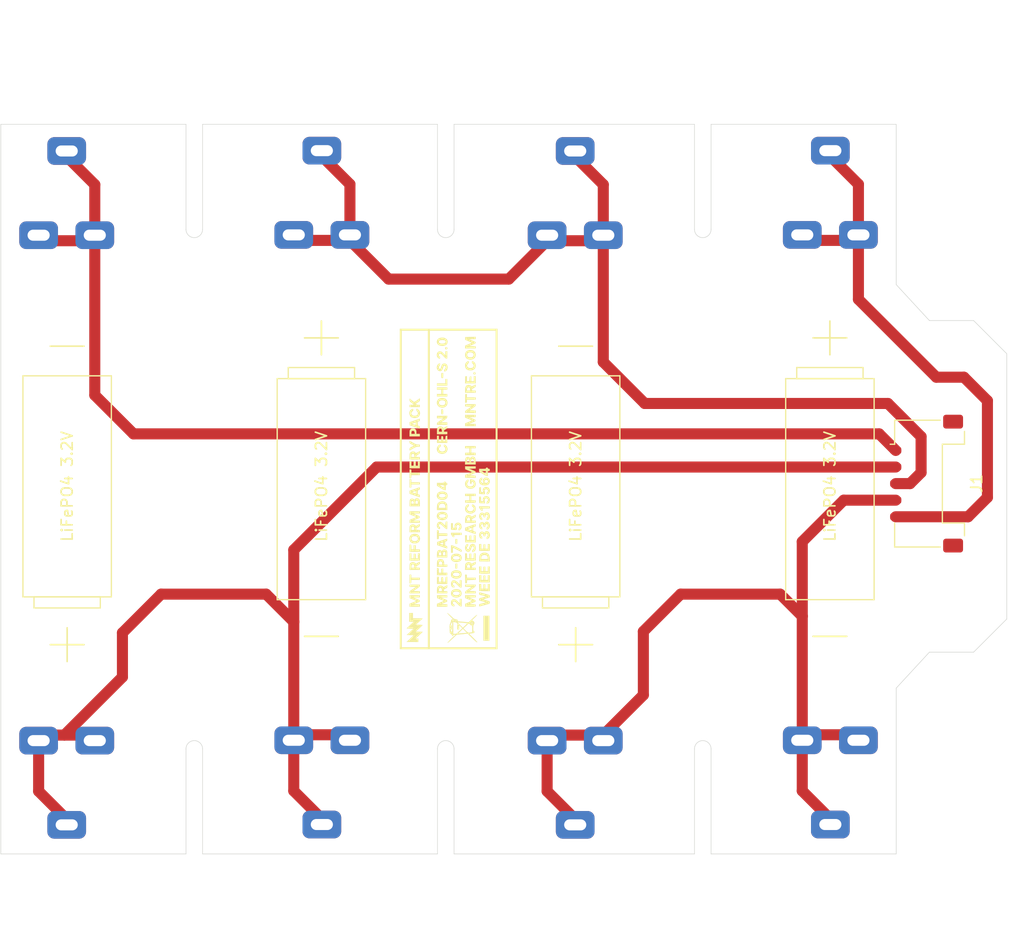
<source format=kicad_pcb>
(kicad_pcb (version 20171130) (host pcbnew 5.1.6+dfsg1-1)

  (general
    (thickness 1.6)
    (drawings 41)
    (tracks 64)
    (zones 0)
    (modules 14)
    (nets 6)
  )

  (page A4)
  (layers
    (0 F.Cu signal)
    (31 B.Cu signal)
    (32 B.Adhes user)
    (33 F.Adhes user)
    (34 B.Paste user)
    (35 F.Paste user)
    (36 B.SilkS user)
    (37 F.SilkS user)
    (38 B.Mask user)
    (39 F.Mask user)
    (40 Dwgs.User user)
    (41 Cmts.User user)
    (42 Eco1.User user)
    (43 Eco2.User user)
    (44 Edge.Cuts user)
    (45 Margin user)
    (46 B.CrtYd user)
    (47 F.CrtYd user)
    (48 B.Fab user hide)
    (49 F.Fab user hide)
  )

  (setup
    (last_trace_width 0.25)
    (trace_clearance 0.2)
    (zone_clearance 0.508)
    (zone_45_only no)
    (trace_min 0.2)
    (via_size 0.8)
    (via_drill 0.4)
    (via_min_size 0.4)
    (via_min_drill 0.3)
    (uvia_size 0.3)
    (uvia_drill 0.1)
    (uvias_allowed no)
    (uvia_min_size 0.2)
    (uvia_min_drill 0.1)
    (edge_width 0.05)
    (segment_width 0.2)
    (pcb_text_width 0.3)
    (pcb_text_size 1.5 1.5)
    (mod_edge_width 0.12)
    (mod_text_size 1 1)
    (mod_text_width 0.15)
    (pad_size 1.524 1.524)
    (pad_drill 0.762)
    (pad_to_mask_clearance 0.051)
    (solder_mask_min_width 0.25)
    (aux_axis_origin 0 0)
    (visible_elements FFFFFF7F)
    (pcbplotparams
      (layerselection 0x010fc_ffffffff)
      (usegerberextensions false)
      (usegerberattributes false)
      (usegerberadvancedattributes false)
      (creategerberjobfile false)
      (excludeedgelayer true)
      (linewidth 0.100000)
      (plotframeref false)
      (viasonmask false)
      (mode 1)
      (useauxorigin false)
      (hpglpennumber 1)
      (hpglpenspeed 20)
      (hpglpendiameter 15.000000)
      (psnegative false)
      (psa4output false)
      (plotreference true)
      (plotvalue true)
      (plotinvisibletext false)
      (padsonsilk false)
      (subtractmaskfromsilk false)
      (outputformat 1)
      (mirror false)
      (drillshape 0)
      (scaleselection 1)
      (outputdirectory "reform2-batterypack-d4"))
  )

  (net 0 "")
  (net 1 "Net-(J1-Pad5)")
  (net 2 "Net-(J1-Pad4)")
  (net 3 "Net-(J1-Pad3)")
  (net 4 "Net-(J1-Pad2)")
  (net 5 "Net-(J1-Pad1)")

  (net_class Default "This is the default net class."
    (clearance 0.2)
    (trace_width 0.25)
    (via_dia 0.8)
    (via_drill 0.4)
    (uvia_dia 0.3)
    (uvia_drill 0.1)
  )

  (net_class PWR ""
    (clearance 0.2)
    (trace_width 1.5)
    (via_dia 0.8)
    (via_drill 0.4)
    (uvia_dia 0.3)
    (uvia_drill 0.1)
    (add_net "Net-(J1-Pad1)")
    (add_net "Net-(J1-Pad2)")
    (add_net "Net-(J1-Pad3)")
    (add_net "Net-(J1-Pad4)")
    (add_net "Net-(J1-Pad5)")
  )

  (module reform2-batterypack:reform2-batterypack-badge (layer F.Cu) (tedit 0) (tstamp 5F12D14F)
    (at 136 120.5 90)
    (fp_text reference G*** (at 0 0 90) (layer F.SilkS) hide
      (effects (font (size 1.524 1.524) (thickness 0.3)))
    )
    (fp_text value LOGO (at 0.75 0 90) (layer F.SilkS) hide
      (effects (font (size 1.524 1.524) (thickness 0.3)))
    )
    (fp_poly (pts (xy 14.506222 4.430889) (xy -14.478 4.430889) (xy -14.478 -1.693333) (xy -14.308667 -1.693333)
      (xy -14.308667 4.261556) (xy 14.336888 4.261556) (xy 14.336888 -1.693333) (xy -14.308667 -1.693333)
      (xy -14.478 -1.693333) (xy -14.478 -4.233333) (xy -14.308667 -4.233333) (xy -14.308667 -1.862666)
      (xy 14.336888 -1.862666) (xy 14.336888 -4.233333) (xy -14.308667 -4.233333) (xy -14.478 -4.233333)
      (xy -14.478 -4.402666) (xy 14.506222 -4.402666) (xy 14.506222 4.430889)) (layer F.SilkS) (width 0.01))
    (fp_poly (pts (xy -4.062919 2.777888) (xy -3.978769 2.808403) (xy -3.893486 2.876789) (xy -3.84522 2.965769)
      (xy -3.836871 3.060592) (xy -3.871339 3.146509) (xy -3.905414 3.181423) (xy -3.972605 3.234275)
      (xy -3.895262 3.278664) (xy -3.822885 3.347683) (xy -3.79523 3.437086) (xy -3.811393 3.53403)
      (xy -3.870467 3.625673) (xy -3.922889 3.670542) (xy -4.001881 3.709962) (xy -4.094704 3.73597)
      (xy -4.174234 3.741685) (xy -4.191 3.738546) (xy -4.237577 3.726744) (xy -4.299239 3.71255)
      (xy -4.37837 3.676734) (xy -4.451936 3.614539) (xy -4.502734 3.543232) (xy -4.515556 3.495435)
      (xy -4.493318 3.455975) (xy -4.439572 3.440277) (xy -4.37377 3.447835) (xy -4.315364 3.47814)
      (xy -4.295311 3.501184) (xy -4.252899 3.541882) (xy -4.184739 3.552196) (xy -4.157325 3.550573)
      (xy -4.064724 3.525265) (xy -4.01586 3.477921) (xy -4.010654 3.42209) (xy -4.049027 3.37132)
      (xy -4.130899 3.339157) (xy -4.158581 3.335574) (xy -4.227043 3.324822) (xy -4.255792 3.298607)
      (xy -4.261556 3.243852) (xy -4.253999 3.184521) (xy -4.220021 3.163031) (xy -4.182534 3.160889)
      (xy -4.09301 3.141234) (xy -4.044254 3.083987) (xy -4.035778 3.031264) (xy -4.058437 2.972558)
      (xy -4.113674 2.939802) (xy -4.182384 2.936261) (xy -4.245462 2.965203) (xy -4.268106 2.991556)
      (xy -4.313476 3.029531) (xy -4.377374 3.048367) (xy -4.439861 3.04695) (xy -4.480998 3.024165)
      (xy -4.487334 3.003811) (xy -4.461928 2.91405) (xy -4.394139 2.841718) (xy -4.296613 2.791675)
      (xy -4.181991 2.768779) (xy -4.062919 2.777888)) (layer F.SilkS) (width 0.01))
    (fp_poly (pts (xy -3.20108 2.784312) (xy -3.131422 2.801288) (xy -3.07746 2.83638) (xy -3.066773 2.846065)
      (xy -3.003376 2.931843) (xy -2.976753 3.025621) (xy -2.986473 3.112967) (xy -3.032104 3.179449)
      (xy -3.077457 3.203614) (xy -3.11416 3.218495) (xy -3.111186 3.23601) (xy -3.064302 3.267962)
      (xy -3.051609 3.275709) (xy -2.971202 3.352397) (xy -2.942172 3.450203) (xy -2.964112 3.557879)
      (xy -3.029205 3.645769) (xy -3.132911 3.706279) (xy -3.2621 3.734578) (xy -3.403641 3.725837)
      (xy -3.414483 3.723532) (xy -3.486656 3.692969) (xy -3.56088 3.639923) (xy -3.62301 3.577766)
      (xy -3.658899 3.519872) (xy -3.661265 3.490259) (xy -3.628381 3.464592) (xy -3.564168 3.448663)
      (xy -3.562758 3.448519) (xy -3.489053 3.454002) (xy -3.445797 3.494627) (xy -3.443994 3.497907)
      (xy -3.394437 3.543251) (xy -3.322822 3.560061) (xy -3.247686 3.550832) (xy -3.187569 3.518056)
      (xy -3.161013 3.464224) (xy -3.160889 3.459847) (xy -3.182283 3.381845) (xy -3.247043 3.339298)
      (xy -3.321756 3.330222) (xy -3.385613 3.324735) (xy -3.410806 3.297671) (xy -3.414889 3.245556)
      (xy -3.407832 3.185536) (xy -3.374995 3.163424) (xy -3.332239 3.160889) (xy -3.256254 3.146207)
      (xy -3.205239 3.11654) (xy -3.168697 3.074435) (xy -3.166758 3.038425) (xy -3.190105 2.9897)
      (xy -3.241251 2.945945) (xy -3.314309 2.935009) (xy -3.385402 2.956701) (xy -3.421439 2.991556)
      (xy -3.483091 3.038643) (xy -3.548678 3.048) (xy -3.617719 3.0365) (xy -3.638573 3.00066)
      (xy -3.611353 2.938472) (xy -3.558316 2.872057) (xy -3.506508 2.819906) (xy -3.456804 2.792278)
      (xy -3.388279 2.781511) (xy -3.306589 2.779889) (xy -3.20108 2.784312)) (layer F.SilkS) (width 0.01))
    (fp_poly (pts (xy -2.271703 2.810091) (xy -2.189654 2.872519) (xy -2.139122 2.957752) (xy -2.123008 3.050572)
      (xy -2.144214 3.13576) (xy -2.198512 3.193899) (xy -2.229269 3.218208) (xy -2.225253 3.243261)
      (xy -2.182022 3.284668) (xy -2.169724 3.295071) (xy -2.103949 3.383741) (xy -2.088017 3.489306)
      (xy -2.117504 3.585786) (xy -2.183119 3.654979) (xy -2.286371 3.70557) (xy -2.410027 3.732192)
      (xy -2.536855 3.729478) (xy -2.563011 3.724515) (xy -2.661712 3.68438) (xy -2.741704 3.619602)
      (xy -2.788068 3.544114) (xy -2.794 3.508747) (xy -2.78304 3.460655) (xy -2.739246 3.443994)
      (xy -2.713708 3.443111) (xy -2.634728 3.462871) (xy -2.582334 3.499556) (xy -2.515074 3.542957)
      (xy -2.433109 3.556641) (xy -2.358136 3.540443) (xy -2.315317 3.5016) (xy -2.293534 3.433298)
      (xy -2.315439 3.38342) (xy -2.385255 3.347849) (xy -2.497667 3.323879) (xy -2.543713 3.295498)
      (xy -2.554112 3.245169) (xy -2.544125 3.195016) (xy -2.503417 3.16982) (xy -2.458257 3.160889)
      (xy -2.370415 3.130262) (xy -2.323939 3.079391) (xy -2.319349 3.021936) (xy -2.357169 2.971559)
      (xy -2.437921 2.941921) (xy -2.449829 2.940475) (xy -2.526802 2.947243) (xy -2.573716 2.989864)
      (xy -2.634068 3.037868) (xy -2.702011 3.048) (xy -2.771317 3.036854) (xy -2.792036 3.000916)
      (xy -2.765499 2.936439) (xy -2.749954 2.913007) (xy -2.655891 2.824732) (xy -2.533721 2.776969)
      (xy -2.397546 2.772752) (xy -2.271703 2.810091)) (layer F.SilkS) (width 0.01))
    (fp_poly (pts (xy -0.677334 2.932638) (xy -1.086556 2.949222) (xy -1.095498 3.062111) (xy -1.098016 3.13109)
      (xy -1.088538 3.152668) (xy -1.068686 3.139722) (xy -1.000225 3.107543) (xy -0.906539 3.106244)
      (xy -0.808078 3.133548) (xy -0.736903 3.176701) (xy -0.65756 3.276659) (xy -0.6297 3.39563)
      (xy -0.65495 3.526157) (xy -0.65858 3.535132) (xy -0.731917 3.644839) (xy -0.837824 3.712913)
      (xy -0.967319 3.735925) (xy -1.111426 3.710448) (xy -1.114778 3.709286) (xy -1.185517 3.684886)
      (xy -1.228695 3.670717) (xy -1.233998 3.669314) (xy -1.251884 3.646097) (xy -1.279935 3.592456)
      (xy -1.307739 3.53053) (xy -1.324886 3.482456) (xy -1.326445 3.472735) (xy -1.304407 3.445818)
      (xy -1.25 3.4422) (xy -1.180782 3.458853) (xy -1.114312 3.492749) (xy -1.089122 3.513667)
      (xy -1.01341 3.571339) (xy -0.946838 3.576979) (xy -0.878465 3.531309) (xy -0.874889 3.527778)
      (xy -0.825255 3.44752) (xy -0.831624 3.364875) (xy -0.877651 3.299238) (xy -0.941715 3.256891)
      (xy -1.011707 3.2596) (xy -1.09443 3.274817) (xy -1.185334 3.283529) (xy -1.284112 3.287889)
      (xy -1.277137 3.062111) (xy -1.272261 2.951384) (xy -1.265607 2.860797) (xy -1.258438 2.806633)
      (xy -1.256856 2.801056) (xy -1.228925 2.783093) (xy -1.15784 2.771749) (xy -1.038357 2.7664)
      (xy -0.960442 2.765778) (xy -0.677334 2.765778) (xy -0.677334 2.932638)) (layer F.SilkS) (width 0.01))
    (fp_poly (pts (xy -0.132182 2.771867) (xy 0.155222 2.779889) (xy 0.173082 2.935111) (xy -0.040459 2.935111)
      (xy -0.150276 2.93677) (xy -0.214999 2.943484) (xy -0.245924 2.957862) (xy -0.254348 2.982511)
      (xy -0.254386 2.9845) (xy -0.261976 3.051425) (xy -0.272626 3.100592) (xy -0.280638 3.146996)
      (xy -0.259205 3.149447) (xy -0.231763 3.13587) (xy -0.11577 3.101374) (xy -0.002685 3.114502)
      (xy 0.095285 3.168144) (xy 0.165933 3.255191) (xy 0.197048 3.368531) (xy 0.197555 3.385897)
      (xy 0.180401 3.523135) (xy 0.12538 3.623523) (xy 0.027154 3.693337) (xy -0.098778 3.734358)
      (xy -0.164706 3.736877) (xy -0.248046 3.725591) (xy -0.253554 3.724352) (xy -0.34408 3.684517)
      (xy -0.421885 3.618211) (xy -0.470888 3.541527) (xy -0.479778 3.497982) (xy -0.457858 3.456884)
      (xy -0.405769 3.44068) (xy -0.344017 3.449405) (xy -0.293109 3.483095) (xy -0.283246 3.497644)
      (xy -0.223464 3.558373) (xy -0.143189 3.572004) (xy -0.069174 3.543579) (xy -0.013711 3.477872)
      (xy -0.001501 3.394502) (xy -0.033518 3.313202) (xy -0.056561 3.287784) (xy -0.100779 3.25643)
      (xy -0.148573 3.252415) (xy -0.220354 3.271988) (xy -0.308441 3.292911) (xy -0.38646 3.298617)
      (xy -0.396627 3.297633) (xy -0.437406 3.286988) (xy -0.456569 3.259907) (xy -0.460417 3.200945)
      (xy -0.458153 3.146778) (xy -0.45006 3.032272) (xy -0.43891 2.91658) (xy -0.435112 2.884756)
      (xy -0.419585 2.763845) (xy -0.132182 2.771867)) (layer F.SilkS) (width 0.01))
    (fp_poly (pts (xy 0.758705 2.773971) (xy 0.863543 2.798338) (xy 0.942587 2.852159) (xy 0.965695 2.876337)
      (xy 1.015225 2.941216) (xy 1.042427 2.995207) (xy 1.044222 3.006112) (xy 1.021527 3.038381)
      (xy 0.966207 3.049357) (xy 0.897407 3.040234) (xy 0.834273 3.012206) (xy 0.810881 2.991556)
      (xy 0.754136 2.94827) (xy 0.70788 2.935111) (xy 0.649662 2.958694) (xy 0.590817 3.01626)
      (xy 0.547933 3.088038) (xy 0.536222 3.139719) (xy 0.540143 3.176499) (xy 0.562094 3.176646)
      (xy 0.605784 3.150024) (xy 0.716934 3.105364) (xy 0.826222 3.109003) (xy 0.92408 3.153323)
      (xy 1.000941 3.230708) (xy 1.047237 3.333541) (xy 1.053402 3.454203) (xy 1.044326 3.499168)
      (xy 0.987753 3.609184) (xy 0.893223 3.689671) (xy 0.774729 3.733174) (xy 0.646264 3.732237)
      (xy 0.61924 3.725671) (xy 0.496997 3.673933) (xy 0.412791 3.595907) (xy 0.362073 3.484069)
      (xy 0.353083 3.420826) (xy 0.555066 3.420826) (xy 0.584918 3.50198) (xy 0.642401 3.553933)
      (xy 0.691486 3.578466) (xy 0.728763 3.575136) (xy 0.782634 3.541205) (xy 0.783942 3.540289)
      (xy 0.834673 3.479357) (xy 0.846848 3.406588) (xy 0.827638 3.334887) (xy 0.784215 3.277161)
      (xy 0.723751 3.246315) (xy 0.653417 3.255257) (xy 0.632169 3.267155) (xy 0.57061 3.336767)
      (xy 0.555066 3.420826) (xy 0.353083 3.420826) (xy 0.340298 3.330892) (xy 0.338666 3.261333)
      (xy 0.356654 3.07814) (xy 0.409317 2.935517) (xy 0.49471 2.835723) (xy 0.610884 2.781018)
      (xy 0.75589 2.773661) (xy 0.758705 2.773971)) (layer F.SilkS) (width 0.01))
    (fp_poly (pts (xy -9.90976 2.768879) (xy -9.888781 2.785044) (xy -9.86976 2.821875) (xy -9.848638 2.887565)
      (xy -9.821353 2.990307) (xy -9.783848 3.138291) (xy -9.778176 3.160627) (xy -9.751823 3.258309)
      (xy -9.728388 3.33488) (xy -9.713639 3.372294) (xy -9.700649 3.358265) (xy -9.678812 3.298773)
      (xy -9.651245 3.203516) (xy -9.622967 3.090334) (xy -9.550256 2.779889) (xy -9.445906 2.77113)
      (xy -9.400562 2.768332) (xy -9.369048 2.77333) (xy -9.351622 2.793078) (xy -9.348545 2.834526)
      (xy -9.360075 2.904628) (xy -9.386472 3.010333) (xy -9.427996 3.158596) (xy -9.465182 3.287889)
      (xy -9.587186 3.711222) (xy -9.688747 3.719898) (xy -9.790309 3.728574) (xy -9.86373 3.480009)
      (xy -9.90837 3.329396) (xy -9.940669 3.231147) (xy -9.965287 3.183805) (xy -9.986884 3.185912)
      (xy -10.010124 3.236011) (xy -10.039666 3.332643) (xy -10.063805 3.417436) (xy -10.147617 3.711222)
      (xy -10.250189 3.719839) (xy -10.324279 3.718747) (xy -10.360288 3.695148) (xy -10.367755 3.677505)
      (xy -10.416233 3.511101) (xy -10.464423 3.342712) (xy -10.509767 3.181603) (xy -10.549708 3.037039)
      (xy -10.581686 2.918287) (xy -10.603145 2.834609) (xy -10.611525 2.795273) (xy -10.611556 2.794494)
      (xy -10.586009 2.773958) (xy -10.516138 2.770455) (xy -10.507094 2.77113) (xy -10.402631 2.779889)
      (xy -10.330705 3.067153) (xy -10.299621 3.187189) (xy -10.272198 3.285609) (xy -10.251938 3.350269)
      (xy -10.243627 3.36923) (xy -10.231053 3.349765) (xy -10.208291 3.28573) (xy -10.178664 3.187362)
      (xy -10.148088 3.074911) (xy -10.067702 2.765778) (xy -9.973828 2.765778) (xy -9.936756 2.765188)
      (xy -9.90976 2.768879)) (layer F.SilkS) (width 0.01))
    (fp_poly (pts (xy -8.584753 2.856558) (xy -8.593667 2.949222) (xy -9.002889 2.965806) (xy -9.002889 3.160889)
      (xy -8.607778 3.160889) (xy -8.607778 3.330222) (xy -9.002889 3.330222) (xy -9.002889 3.556)
      (xy -8.579556 3.556) (xy -8.579556 3.725334) (xy -9.230032 3.725334) (xy -9.222294 3.252611)
      (xy -9.214556 2.779889) (xy -8.895198 2.771892) (xy -8.575839 2.763895) (xy -8.584753 2.856558)) (layer F.SilkS) (width 0.01))
    (fp_poly (pts (xy -7.789334 2.963334) (xy -8.212667 2.963334) (xy -8.212667 3.160889) (xy -7.817556 3.160889)
      (xy -7.817556 3.330222) (xy -8.212667 3.330222) (xy -8.212667 3.556) (xy -7.789334 3.556)
      (xy -7.789334 3.725334) (xy -8.43981 3.725334) (xy -8.432072 3.252611) (xy -8.424334 2.779889)
      (xy -7.789334 2.763929) (xy -7.789334 2.963334)) (layer F.SilkS) (width 0.01))
    (fp_poly (pts (xy -6.999112 2.963334) (xy -7.422445 2.963334) (xy -7.422445 3.160889) (xy -7.027334 3.160889)
      (xy -7.027334 3.330222) (xy -7.422445 3.330222) (xy -7.422445 3.556) (xy -6.999112 3.556)
      (xy -6.999112 3.725334) (xy -7.649587 3.725334) (xy -7.64185 3.252611) (xy -7.634112 2.779889)
      (xy -6.999112 2.763929) (xy -6.999112 2.963334)) (layer F.SilkS) (width 0.01))
    (fp_poly (pts (xy -6.290911 2.783939) (xy -6.118558 2.794144) (xy -5.997681 2.818443) (xy -5.958051 2.834698)
      (xy -5.85202 2.919572) (xy -5.778562 3.040887) (xy -5.742191 3.186107) (xy -5.747419 3.342699)
      (xy -5.757914 3.390544) (xy -5.810973 3.524328) (xy -5.892647 3.621087) (xy -6.008925 3.68438)
      (xy -6.165798 3.717765) (xy -6.321554 3.725334) (xy -6.548921 3.725334) (xy -6.541183 3.252611)
      (xy -6.536448 2.963334) (xy -6.321778 2.963334) (xy -6.321778 3.259667) (xy -6.321364 3.391519)
      (xy -6.318564 3.476983) (xy -6.311049 3.526116) (xy -6.296485 3.548975) (xy -6.272541 3.555616)
      (xy -6.25306 3.556) (xy -6.173521 3.545643) (xy -6.107193 3.526668) (xy -6.024899 3.480039)
      (xy -5.977243 3.409374) (xy -5.957424 3.30231) (xy -5.955787 3.251328) (xy -5.972901 3.116441)
      (xy -6.026618 3.024295) (xy -6.117676 2.974046) (xy -6.207607 2.963334) (xy -6.321778 2.963334)
      (xy -6.536448 2.963334) (xy -6.533445 2.779889) (xy -6.290911 2.783939)) (layer F.SilkS) (width 0.01))
    (fp_poly (pts (xy -4.967112 2.963334) (xy -5.390445 2.963334) (xy -5.390445 3.160889) (xy -4.995334 3.160889)
      (xy -4.995334 3.330222) (xy -5.390445 3.330222) (xy -5.390445 3.556) (xy -4.967112 3.556)
      (xy -4.967112 3.725334) (xy -5.588 3.725334) (xy -5.588 2.765778) (xy -4.967112 2.765778)
      (xy -4.967112 2.963334)) (layer F.SilkS) (width 0.01))
    (fp_poly (pts (xy -1.552223 3.725334) (xy -1.749778 3.725334) (xy -1.749778 3.383647) (xy -1.750385 3.240186)
      (xy -1.75309 3.144544) (xy -1.759218 3.088099) (xy -1.770093 3.062231) (xy -1.78704 3.058319)
      (xy -1.799167 3.062294) (xy -1.882536 3.0933) (xy -1.927091 3.096453) (xy -1.94469 3.068766)
      (xy -1.947334 3.024971) (xy -1.933088 2.952858) (xy -1.891626 2.921234) (xy -1.833949 2.886591)
      (xy -1.78173 2.834665) (xy -1.7047 2.776534) (xy -1.639883 2.765778) (xy -1.552223 2.765778)
      (xy -1.552223 3.725334)) (layer F.SilkS) (width 0.01))
    (fp_poly (pts (xy 1.834444 3.076222) (xy 1.835093 3.212085) (xy 1.838225 3.301265) (xy 1.845612 3.35352)
      (xy 1.859029 3.378608) (xy 1.88025 3.386285) (xy 1.890888 3.386667) (xy 1.932204 3.399972)
      (xy 1.946751 3.449478) (xy 1.947333 3.471334) (xy 1.938463 3.533307) (xy 1.905459 3.555127)
      (xy 1.890888 3.556) (xy 1.849573 3.569305) (xy 1.835026 3.618811) (xy 1.834444 3.640667)
      (xy 1.828937 3.697551) (xy 1.801007 3.720883) (xy 1.735666 3.725334) (xy 1.669301 3.720614)
      (xy 1.642081 3.696674) (xy 1.636888 3.640667) (xy 1.636888 3.556) (xy 1.185333 3.556)
      (xy 1.185333 3.472496) (xy 1.203841 3.4009) (xy 1.218172 3.371479) (xy 1.411111 3.371479)
      (xy 1.436174 3.380994) (xy 1.498777 3.386282) (xy 1.524 3.386667) (xy 1.636888 3.386667)
      (xy 1.636296 3.196167) (xy 1.635703 3.005667) (xy 1.523407 3.180979) (xy 1.468995 3.267839)
      (xy 1.429101 3.335173) (xy 1.411386 3.369985) (xy 1.411111 3.371479) (xy 1.218172 3.371479)
      (xy 1.259196 3.287261) (xy 1.351147 3.132077) (xy 1.385901 3.077385) (xy 1.58647 2.765778)
      (xy 1.834444 2.765778) (xy 1.834444 3.076222)) (layer F.SilkS) (width 0.01))
    (fp_poly (pts (xy -11.458223 3.697111) (xy -13.716 3.697111) (xy -13.716 3.160889) (xy -11.458223 3.160889)
      (xy -11.458223 3.697111)) (layer F.SilkS) (width 0.01))
    (fp_poly (pts (xy -11.22258 -0.082811) (xy -11.273061 -0.01704) (xy -11.34878 0.072827) (xy -11.442849 0.17844)
      (xy -11.484683 0.223882) (xy -11.594355 0.342782) (xy -11.671255 0.430017) (xy -11.721464 0.494865)
      (xy -11.751067 0.546601) (xy -11.766147 0.594502) (xy -11.772787 0.647846) (xy -11.773961 0.664998)
      (xy -11.781522 0.748173) (xy -11.797496 0.79055) (xy -11.832471 0.807731) (xy -11.8745 0.813177)
      (xy -11.939905 0.827787) (xy -11.964507 0.861833) (xy -11.966306 0.883733) (xy -11.968964 0.932559)
      (xy -11.976232 1.02609) (xy -11.987143 1.152865) (xy -12.000728 1.301421) (xy -12.008147 1.379511)
      (xy -12.049905 1.813577) (xy -11.696405 2.188484) (xy -11.582348 2.312025) (xy -11.48796 2.419337)
      (xy -11.418335 2.504241) (xy -11.378565 2.560555) (xy -11.372467 2.58166) (xy -11.402173 2.569505)
      (xy -11.461192 2.522899) (xy -11.540971 2.449251) (xy -11.63281 2.356126) (xy -11.863591 2.112322)
      (xy -11.903821 2.192105) (xy -11.977041 2.291144) (xy -12.067065 2.33928) (xy -12.1668 2.334623)
      (xy -12.256146 2.286) (xy -12.301173 2.257978) (xy -12.358513 2.240853) (xy -12.442292 2.232196)
      (xy -12.566636 2.229579) (xy -12.584508 2.229556) (xy -12.705919 2.230481) (xy -12.781588 2.234825)
      (xy -12.822205 2.244938) (xy -12.838461 2.263174) (xy -12.841112 2.286) (xy -12.854999 2.327882)
      (xy -12.906024 2.342075) (xy -12.922855 2.342445) (xy -12.962464 2.340365) (xy -12.988597 2.326819)
      (xy -13.006591 2.290848) (xy -13.021783 2.221492) (xy -13.039509 2.107792) (xy -13.040564 2.100702)
      (xy -13.072922 1.883202) (xy -12.983878 1.883202) (xy -12.970822 1.99729) (xy -12.964108 2.039056)
      (xy -12.946615 2.144889) (xy -12.340167 2.144889) (xy -12.331492 2.101512) (xy -12.218066 2.101512)
      (xy -12.20585 2.167363) (xy -12.15809 2.215972) (xy -12.102682 2.229556) (xy -12.050765 2.206932)
      (xy -12.022667 2.173111) (xy -12.008032 2.102402) (xy -12.032882 2.043985) (xy -12.083172 2.009482)
      (xy -12.144862 2.010514) (xy -12.186356 2.037645) (xy -12.218066 2.101512) (xy -12.331492 2.101512)
      (xy -12.323029 2.059197) (xy -12.277578 1.97024) (xy -12.220342 1.925141) (xy -12.165118 1.8845)
      (xy -12.141934 1.848303) (xy -12.14223 1.844372) (xy -12.163784 1.812027) (xy -12.216616 1.748896)
      (xy -12.292473 1.664483) (xy -12.37163 1.580234) (xy -12.593593 1.348501) (xy -12.787908 1.541327)
      (xy -12.88569 1.642277) (xy -12.947092 1.722022) (xy -12.977895 1.796888) (xy -12.983878 1.883202)
      (xy -13.072922 1.883202) (xy -13.076529 1.85896) (xy -13.446032 2.227702) (xy -13.563981 2.344339)
      (xy -13.668628 2.445795) (xy -13.753341 2.525807) (xy -13.81149 2.578109) (xy -13.836323 2.596445)
      (xy -13.855719 2.574054) (xy -13.857112 2.56152) (xy -13.838087 2.53153) (xy -13.785062 2.468479)
      (xy -13.70411 2.379053) (xy -13.601306 2.269942) (xy -13.482722 2.147832) (xy -13.466246 2.131131)
      (xy -13.075381 1.735667) (xy -13.120524 1.239182) (xy -13.156317 0.84552) (xy -13.074313 0.84552)
      (xy -13.057589 0.980149) (xy -13.048125 1.069227) (xy -13.036971 1.193495) (xy -13.025972 1.331813)
      (xy -13.021588 1.392672) (xy -13.002311 1.670566) (xy -12.817102 1.485357) (xy -12.631894 1.300148)
      (xy -12.637642 1.294241) (xy -12.539572 1.294241) (xy -12.34462 1.50438) (xy -12.256944 1.594304)
      (xy -12.187712 1.656275) (xy -12.143852 1.684467) (xy -12.132605 1.682759) (xy -12.12422 1.644458)
      (xy -12.112816 1.560874) (xy -12.099685 1.443004) (xy -12.086119 1.301844) (xy -12.081263 1.246083)
      (xy -12.069763 1.101408) (xy -12.061379 0.978091) (xy -12.056699 0.886391) (xy -12.05631 0.836567)
      (xy -12.057477 0.830672) (xy -12.080165 0.845306) (xy -12.134178 0.89291) (xy -12.211432 0.966046)
      (xy -12.303771 1.05721) (xy -12.539572 1.294241) (xy -12.637642 1.294241) (xy -12.853103 1.072834)
      (xy -13.074313 0.84552) (xy -13.156317 0.84552) (xy -13.165667 0.742698) (xy -13.532556 0.354669)
      (xy -13.648582 0.229582) (xy -13.750521 0.115165) (xy -13.832069 0.018861) (xy -13.88692 -0.051882)
      (xy -13.908772 -0.089618) (xy -13.908786 -0.089699) (xy -13.893653 -0.088088) (xy -13.846747 -0.051686)
      (xy -13.774741 0.01297) (xy -13.684311 0.099344) (xy -13.582129 0.200902) (xy -13.474871 0.311108)
      (xy -13.369209 0.423426) (xy -13.271819 0.53132) (xy -13.255189 0.550334) (xy -13.181562 0.635)
      (xy -13.18067 0.529167) (xy -13.185411 0.458257) (xy -13.206503 0.428156) (xy -13.236223 0.423334)
      (xy -13.095112 0.423334) (xy -13.095112 0.563611) (xy -13.093594 0.622807) (xy -13.084924 0.671467)
      (xy -13.062921 0.719883) (xy -13.021407 0.778346) (xy -12.954204 0.857146) (xy -12.855132 0.966576)
      (xy -12.849416 0.972833) (xy -12.756223 1.07353) (xy -12.67663 1.15706) (xy -12.618282 1.21558)
      (xy -12.588823 1.241245) (xy -12.5873 1.241778) (xy -12.560806 1.223136) (xy -12.506653 1.174118)
      (xy -12.436249 1.105085) (xy -12.431889 1.100667) (xy -12.2929 0.959556) (xy -12.7 0.959556)
      (xy -12.7 0.790222) (xy -12.475888 0.790222) (xy -12.36108 0.793932) (xy -12.276435 0.804019)
      (xy -12.234378 0.818922) (xy -12.232904 0.820759) (xy -12.203561 0.826096) (xy -12.157767 0.796675)
      (xy -12.10845 0.745932) (xy -12.083313 0.709011) (xy -11.938 0.709011) (xy -11.915091 0.730999)
      (xy -11.895667 0.733778) (xy -11.861276 0.709933) (xy -11.853334 0.673878) (xy -11.859513 0.633108)
      (xy -11.885854 0.641296) (xy -11.895667 0.649111) (xy -11.931145 0.689852) (xy -11.938 0.709011)
      (xy -12.083313 0.709011) (xy -12.068536 0.687307) (xy -12.050952 0.634235) (xy -12.050889 0.631557)
      (xy -12.040619 0.555209) (xy -12.023366 0.495726) (xy -11.995842 0.423334) (xy -13.095112 0.423334)
      (xy -13.236223 0.423334) (xy -13.277184 0.406666) (xy -13.293143 0.372166) (xy -13.278344 0.343086)
      (xy -13.257389 0.33784) (xy -13.214793 0.31892) (xy -13.203475 0.310445) (xy -13.081 0.310445)
      (xy -13.078763 0.336451) (xy -13.068555 0.338667) (xy -13.039816 0.31818) (xy -13.038667 0.310445)
      (xy -13.047495 0.285242) (xy -12.897556 0.285242) (xy -12.894257 0.305371) (xy -12.878924 0.31967)
      (xy -12.843402 0.329104) (xy -12.779535 0.334635) (xy -12.679169 0.337225) (xy -12.534148 0.337839)
      (xy -12.453056 0.337728) (xy -12.008556 0.336789) (xy -12.075183 0.281283) (xy -12.134124 0.241524)
      (xy -12.178708 0.225778) (xy -12.237441 0.216014) (xy -12.260248 0.208647) (xy -12.29798 0.211267)
      (xy -12.304889 0.23687) (xy -12.31444 0.261197) (xy -12.350492 0.275141) (xy -12.424141 0.281247)
      (xy -12.502445 0.282222) (xy -12.60978 0.279733) (xy -12.671212 0.270781) (xy -12.69712 0.253142)
      (xy -12.7 0.239889) (xy -12.72323 0.20669) (xy -12.781939 0.198279) (xy -12.852914 0.214686)
      (xy -12.890577 0.253971) (xy -12.897556 0.285242) (xy -13.047495 0.285242) (xy -13.048296 0.282956)
      (xy -13.051113 0.282222) (xy -13.075208 0.301999) (xy -13.081 0.310445) (xy -13.203475 0.310445)
      (xy -13.154537 0.273801) (xy -13.09388 0.217974) (xy -13.065259 0.184618) (xy -12.579319 0.184618)
      (xy -12.543861 0.189046) (xy -12.502445 0.189869) (xy -12.441405 0.187667) (xy -12.424648 0.182039)
      (xy -12.438945 0.177638) (xy -12.521184 0.172969) (xy -12.565945 0.177638) (xy -12.579319 0.184618)
      (xy -13.065259 0.184618) (xy -13.05008 0.166929) (xy -13.038667 0.141526) (xy -13.014061 0.122928)
      (xy -12.954102 0.115921) (xy -12.946945 0.11608) (xy -12.875864 0.115091) (xy -12.768754 0.109654)
      (xy -12.645763 0.100855) (xy -12.613055 0.098097) (xy -12.474792 0.089315) (xy -12.370525 0.092361)
      (xy -12.278749 0.108788) (xy -12.217944 0.126614) (xy -12.129289 0.158067) (xy -12.06225 0.18671)
      (xy -12.038189 0.201025) (xy -11.993017 0.218484) (xy -11.921947 0.225778) (xy -11.921701 0.225778)
      (xy -11.842013 0.24252) (xy -11.790842 0.283633) (xy -11.773263 0.33545) (xy -11.794354 0.384302)
      (xy -11.851524 0.414683) (xy -11.900572 0.444532) (xy -11.929553 0.490652) (xy -11.924692 0.530653)
      (xy -11.923588 0.53182) (xy -11.899591 0.518029) (xy -11.842691 0.470052) (xy -11.759549 0.393963)
      (xy -11.656824 0.295835) (xy -11.556035 0.196593) (xy -11.44312 0.085981) (xy -11.345239 -0.006022)
      (xy -11.268652 -0.073852) (xy -11.21962 -0.111944) (xy -11.204223 -0.116137) (xy -11.22258 -0.082811)) (layer F.SilkS) (width 0.01))
    (fp_poly (pts (xy -9.595556 2.455334) (xy -9.791202 2.455334) (xy -9.799212 2.152535) (xy -9.807223 1.849736)
      (xy -9.92355 2.145479) (xy -9.976573 2.276534) (xy -10.01649 2.363423) (xy -10.048859 2.415247)
      (xy -10.079238 2.441111) (xy -10.109294 2.449694) (xy -10.141615 2.449339) (xy -10.168843 2.433349)
      (xy -10.196791 2.392814) (xy -10.231271 2.318821) (xy -10.278096 2.202459) (xy -10.289301 2.173711)
      (xy -10.399889 1.889257) (xy -10.414 2.16524) (xy -10.428112 2.441222) (xy -10.520028 2.450081)
      (xy -10.595405 2.445416) (xy -10.626628 2.420673) (xy -10.631226 2.380299) (xy -10.634206 2.294259)
      (xy -10.635413 2.173316) (xy -10.634691 2.028231) (xy -10.633489 1.946149) (xy -10.625667 1.509889)
      (xy -10.372105 1.509889) (xy -10.247919 1.813958) (xy -10.198067 1.931313) (xy -10.15472 2.024638)
      (xy -10.1226 2.084345) (xy -10.106588 2.101027) (xy -10.089509 2.069406) (xy -10.056454 1.996853)
      (xy -10.012497 1.894808) (xy -9.971795 1.796957) (xy -9.854145 1.509889) (xy -9.724851 1.501287)
      (xy -9.595556 1.492685) (xy -9.595556 2.455334)) (layer F.SilkS) (width 0.01))
    (fp_poly (pts (xy -9.334611 1.501045) (xy -9.292503 1.509582) (xy -9.253039 1.531595) (xy -9.208515 1.575008)
      (xy -9.151231 1.647747) (xy -9.073487 1.757736) (xy -9.045333 1.798729) (xy -8.847667 2.087569)
      (xy -8.839657 1.791673) (xy -8.831646 1.495778) (xy -8.636 1.495778) (xy -8.636 2.45891)
      (xy -8.727158 2.450066) (xy -8.769392 2.441327) (xy -8.809327 2.418755) (xy -8.854721 2.374439)
      (xy -8.913331 2.300467) (xy -8.992915 2.188928) (xy -9.016436 2.155059) (xy -9.214556 1.868895)
      (xy -9.222566 2.162114) (xy -9.230577 2.455334) (xy -9.426223 2.455334) (xy -9.426223 1.492202)
      (xy -9.334611 1.501045)) (layer F.SilkS) (width 0.01))
    (fp_poly (pts (xy -7.732889 1.579648) (xy -7.735909 1.630238) (xy -7.754676 1.655464) (xy -7.803754 1.664148)
      (xy -7.874 1.665111) (xy -8.015112 1.665111) (xy -8.015112 2.455334) (xy -8.211074 2.455334)
      (xy -8.226778 1.679222) (xy -8.376671 1.670632) (xy -8.463239 1.663905) (xy -8.506622 1.651338)
      (xy -8.520044 1.624997) (xy -8.517783 1.585965) (xy -8.509 1.509889) (xy -8.120945 1.502037)
      (xy -7.732889 1.494185) (xy -7.732889 1.579648)) (layer F.SilkS) (width 0.01))
    (fp_poly (pts (xy -7.037823 1.50093) (xy -6.911344 1.507305) (xy -6.827486 1.515772) (xy -6.77246 1.530343)
      (xy -6.732476 1.555027) (xy -6.693744 1.593835) (xy -6.685045 1.603519) (xy -6.62009 1.711512)
      (xy -6.599408 1.830251) (xy -6.623314 1.943937) (xy -6.676675 2.022574) (xy -6.749349 2.095248)
      (xy -6.662564 2.258075) (xy -6.618113 2.343919) (xy -6.586817 2.409029) (xy -6.575778 2.438117)
      (xy -6.600762 2.449112) (xy -6.662831 2.455014) (xy -6.683478 2.455334) (xy -6.742478 2.452414)
      (xy -6.782586 2.435963) (xy -6.816657 2.394442) (xy -6.857545 2.316312) (xy -6.872112 2.286)
      (xy -6.919262 2.193638) (xy -6.956403 2.142285) (xy -6.994374 2.120499) (xy -7.032523 2.116667)
      (xy -7.076522 2.119305) (xy -7.100271 2.136086) (xy -7.110012 2.180309) (xy -7.111988 2.265272)
      (xy -7.112 2.286) (xy -7.112 2.455334) (xy -7.309556 2.455334) (xy -7.309556 1.806222)
      (xy -7.112 1.806222) (xy -7.112 1.947334) (xy -7.001127 1.947334) (xy -6.91378 1.935874)
      (xy -6.850291 1.906968) (xy -6.845905 1.902984) (xy -6.806415 1.834002) (xy -6.815366 1.765977)
      (xy -6.865479 1.708885) (xy -6.949476 1.672698) (xy -7.019502 1.665111) (xy -7.074244 1.667637)
      (xy -7.101539 1.68493) (xy -7.110942 1.731564) (xy -7.112 1.806222) (xy -7.309556 1.806222)
      (xy -7.309556 1.489045) (xy -7.037823 1.50093)) (layer F.SilkS) (width 0.01))
    (fp_poly (pts (xy -5.813778 1.662737) (xy -6.0325 1.67098) (xy -6.251223 1.679222) (xy -6.259982 1.785056)
      (xy -6.268741 1.890889) (xy -5.842 1.890889) (xy -5.842 2.060222) (xy -6.268741 2.060222)
      (xy -6.259982 2.166056) (xy -6.251223 2.271889) (xy -6.0325 2.280132) (xy -5.813778 2.288374)
      (xy -5.813778 2.455334) (xy -6.462889 2.455334) (xy -6.462889 1.495778) (xy -5.813778 1.495778)
      (xy -5.813778 1.662737)) (layer F.SilkS) (width 0.01))
    (fp_poly (pts (xy -5.161041 1.519064) (xy -5.063803 1.566684) (xy -4.995148 1.636908) (xy -4.967227 1.727232)
      (xy -4.967112 1.733811) (xy -4.989549 1.767996) (xy -5.043569 1.78024) (xy -5.109234 1.771659)
      (xy -5.166603 1.743367) (xy -5.18634 1.721556) (xy -5.240678 1.67567) (xy -5.312391 1.662166)
      (xy -5.382824 1.677856) (xy -5.433321 1.719547) (xy -5.446889 1.76612) (xy -5.439128 1.806271)
      (xy -5.407549 1.835654) (xy -5.339715 1.862972) (xy -5.284612 1.879645) (xy -5.181451 1.914734)
      (xy -5.089498 1.954998) (xy -5.046881 1.979597) (xy -4.975454 2.060292) (xy -4.947423 2.160414)
      (xy -4.961659 2.264697) (xy -5.017037 2.357874) (xy -5.078496 2.407622) (xy -5.16209 2.436632)
      (xy -5.276112 2.451766) (xy -5.395987 2.451846) (xy -5.497147 2.435695) (xy -5.517445 2.428653)
      (xy -5.610424 2.362712) (xy -5.675076 2.261242) (xy -5.687639 2.2225) (xy -5.69612 2.170623)
      (xy -5.676709 2.149224) (xy -5.615724 2.144899) (xy -5.608417 2.144889) (xy -5.524783 2.158659)
      (xy -5.468952 2.207572) (xy -5.463596 2.215445) (xy -5.405724 2.267457) (xy -5.331469 2.289479)
      (xy -5.256665 2.283789) (xy -5.197142 2.252667) (xy -5.168732 2.198395) (xy -5.169253 2.173054)
      (xy -5.184706 2.135092) (xy -5.225758 2.102936) (xy -5.303668 2.069596) (xy -5.374842 2.045454)
      (xy -5.527273 1.980927) (xy -5.626978 1.903876) (xy -5.673115 1.816005) (xy -5.664842 1.719014)
      (xy -5.601318 1.614608) (xy -5.592741 1.604772) (xy -5.50271 1.536904) (xy -5.392647 1.501667)
      (xy -5.274706 1.496556) (xy -5.161041 1.519064)) (layer F.SilkS) (width 0.01))
    (fp_poly (pts (xy -4.176889 1.665111) (xy -4.600223 1.665111) (xy -4.600223 1.890889) (xy -4.205112 1.890889)
      (xy -4.205112 2.060222) (xy -4.600223 2.060222) (xy -4.600223 2.286) (xy -4.176889 2.286)
      (xy -4.176889 2.455334) (xy -4.827365 2.455334) (xy -4.819627 1.982611) (xy -4.811889 1.509889)
      (xy -4.176889 1.493929) (xy -4.176889 1.665111)) (layer F.SilkS) (width 0.01))
    (fp_poly (pts (xy -3.615433 1.501453) (xy -3.485445 1.509889) (xy -3.324828 1.961445) (xy -3.271761 2.111561)
      (xy -3.225891 2.24309) (xy -3.190365 2.346856) (xy -3.168334 2.413685) (xy -3.16255 2.434167)
      (xy -3.186468 2.44746) (xy -3.248195 2.454816) (xy -3.27269 2.455334) (xy -3.344879 2.451293)
      (xy -3.382963 2.42872) (xy -3.406689 2.371939) (xy -3.414889 2.342445) (xy -3.445287 2.229556)
      (xy -3.779513 2.229556) (xy -3.813335 2.342445) (xy -3.839085 2.414208) (xy -3.871484 2.446578)
      (xy -3.930123 2.455102) (xy -3.955579 2.455334) (xy -4.024634 2.451644) (xy -4.06189 2.442471)
      (xy -4.064 2.43933) (xy -4.055288 2.40868) (xy -4.031126 2.333623) (xy -3.994478 2.223111)
      (xy -3.948307 2.086094) (xy -3.934132 2.0445) (xy -3.718656 2.0445) (xy -3.705053 2.076147)
      (xy -3.662279 2.08722) (xy -3.612445 2.088445) (xy -3.541715 2.086099) (xy -3.502412 2.08024)
      (xy -3.499556 2.077882) (xy -3.508054 2.047388) (xy -3.529244 1.98268) (xy -3.556674 1.90264)
      (xy -3.583889 1.826153) (xy -3.602047 1.778) (xy -3.620181 1.773872) (xy -3.648502 1.822549)
      (xy -3.669945 1.876778) (xy -3.705986 1.981602) (xy -3.718656 2.0445) (xy -3.934132 2.0445)
      (xy -3.904711 1.958172) (xy -3.745421 1.493018) (xy -3.615433 1.501453)) (layer F.SilkS) (width 0.01))
    (fp_poly (pts (xy -2.646468 1.508462) (xy -2.505481 1.54773) (xy -2.409714 1.615407) (xy -2.356415 1.713314)
      (xy -2.342445 1.822492) (xy -2.357215 1.926548) (xy -2.409292 2.010991) (xy -2.417523 2.020102)
      (xy -2.492601 2.101112) (xy -2.403412 2.262115) (xy -2.357707 2.346912) (xy -2.325541 2.410965)
      (xy -2.314223 2.439225) (xy -2.339177 2.449507) (xy -2.401046 2.454797) (xy -2.420056 2.454999)
      (xy -2.47815 2.45143) (xy -2.519538 2.433735) (xy -2.557305 2.39076) (xy -2.604537 2.311353)
      (xy -2.618718 2.285665) (xy -2.674697 2.191407) (xy -2.718871 2.139053) (xy -2.761064 2.118371)
      (xy -2.780996 2.116667) (xy -2.819495 2.120396) (xy -2.840282 2.140413) (xy -2.848788 2.18996)
      (xy -2.850444 2.28228) (xy -2.850445 2.286) (xy -2.850445 2.455334) (xy -3.048 2.455334)
      (xy -3.048 1.665111) (xy -2.850445 1.665111) (xy -2.850445 1.947334) (xy -2.739572 1.947334)
      (xy -2.652225 1.935874) (xy -2.588735 1.906968) (xy -2.58435 1.902984) (xy -2.548305 1.850042)
      (xy -2.54 1.818318) (xy -2.565293 1.753588) (xy -2.629529 1.699352) (xy -2.715251 1.668246)
      (xy -2.751667 1.665111) (xy -2.850445 1.665111) (xy -3.048 1.665111) (xy -3.048 1.495778)
      (xy -2.835427 1.495778) (xy -2.646468 1.508462)) (layer F.SilkS) (width 0.01))
    (fp_poly (pts (xy -1.615923 1.524102) (xy -1.508768 1.582812) (xy -1.497131 1.59326) (xy -1.43497 1.666343)
      (xy -1.390086 1.742604) (xy -1.385739 1.753734) (xy -1.370641 1.805882) (xy -1.382905 1.828693)
      (xy -1.434765 1.834301) (xy -1.467122 1.834445) (xy -1.544794 1.827172) (xy -1.584219 1.800238)
      (xy -1.595069 1.776383) (xy -1.63805 1.720933) (xy -1.714865 1.679716) (xy -1.79612 1.665111)
      (xy -1.841871 1.683858) (xy -1.903304 1.730552) (xy -1.921283 1.747607) (xy -1.972784 1.808876)
      (xy -1.997218 1.873391) (xy -2.003754 1.96649) (xy -2.003778 1.975556) (xy -1.998239 2.071901)
      (xy -1.975506 2.137714) (xy -1.92641 2.198333) (xy -1.921283 2.203504) (xy -1.844072 2.261564)
      (xy -1.770104 2.285902) (xy -1.76606 2.286) (xy -1.698691 2.267997) (xy -1.632309 2.224624)
      (xy -1.587901 2.171835) (xy -1.580445 2.144889) (xy -1.555635 2.126235) (xy -1.49463 2.116911)
      (xy -1.481667 2.116667) (xy -1.407688 2.130848) (xy -1.382286 2.172545) (xy -1.405486 2.24049)
      (xy -1.477311 2.333417) (xy -1.477577 2.333707) (xy -1.538135 2.393515) (xy -1.594384 2.425967)
      (xy -1.669254 2.44092) (xy -1.738633 2.445917) (xy -1.839823 2.44661) (xy -1.92535 2.439034)
      (xy -1.963747 2.429515) (xy -2.019908 2.391699) (xy -2.084193 2.33031) (xy -2.09706 2.315607)
      (xy -2.178693 2.179607) (xy -2.215341 2.028623) (xy -2.208622 1.875026) (xy -2.160154 1.731183)
      (xy -2.071555 1.609464) (xy -1.996981 1.550408) (xy -1.880852 1.506115) (xy -1.746892 1.497941)
      (xy -1.615923 1.524102)) (layer F.SilkS) (width 0.01))
    (fp_poly (pts (xy -1.016 1.890889) (xy -0.620889 1.890889) (xy -0.620889 1.495778) (xy -0.423334 1.495778)
      (xy -0.423334 2.455334) (xy -0.620889 2.455334) (xy -0.620889 2.060222) (xy -1.016 2.060222)
      (xy -1.016 2.455334) (xy -1.115664 2.455334) (xy -1.186407 2.445921) (xy -1.227348 2.422655)
      (xy -1.22932 2.418871) (xy -1.233677 2.37915) (xy -1.236453 2.293708) (xy -1.23751 2.173251)
      (xy -1.236706 2.028483) (xy -1.235489 1.946149) (xy -1.227667 1.509889) (xy -1.121834 1.50113)
      (xy -1.016 1.492371) (xy -1.016 1.890889)) (layer F.SilkS) (width 0.01))
    (fp_poly (pts (xy 0.552641 1.498605) (xy 0.677441 1.540126) (xy 0.78192 1.62228) (xy 0.819587 1.673537)
      (xy 0.861516 1.748552) (xy 0.867302 1.788314) (xy 0.833124 1.803842) (xy 0.773579 1.806222)
      (xy 0.676548 1.787826) (xy 0.621993 1.744134) (xy 0.549752 1.693281) (xy 0.47194 1.682045)
      (xy 0.371957 1.697223) (xy 0.303632 1.748774) (xy 0.256065 1.84572) (xy 0.249662 1.866015)
      (xy 0.23457 1.988032) (xy 0.255977 2.107541) (xy 0.308745 2.205743) (xy 0.35382 2.246945)
      (xy 0.441246 2.278313) (xy 0.533066 2.271989) (xy 0.613228 2.234343) (xy 0.665682 2.171748)
      (xy 0.677333 2.118522) (xy 0.65253 2.098644) (xy 0.591538 2.088705) (xy 0.578555 2.088445)
      (xy 0.511756 2.083173) (xy 0.484409 2.059451) (xy 0.479777 2.017889) (xy 0.482682 1.981028)
      (xy 0.499597 1.959931) (xy 0.542821 1.950207) (xy 0.624654 1.947462) (xy 0.677333 1.947334)
      (xy 0.874888 1.947334) (xy 0.874888 2.061624) (xy 0.851026 2.211422) (xy 0.782522 2.329256)
      (xy 0.673997 2.410711) (xy 0.530074 2.451373) (xy 0.462784 2.455228) (xy 0.334093 2.441522)
      (xy 0.23187 2.395924) (xy 0.225763 2.391834) (xy 0.118818 2.286658) (xy 0.051863 2.151239)
      (xy 0.027268 1.997414) (xy 0.047404 1.837021) (xy 0.091722 1.722568) (xy 0.177058 1.609697)
      (xy 0.290374 1.534203) (xy 0.419593 1.496901) (xy 0.552641 1.498605)) (layer F.SilkS) (width 0.01))
    (fp_poly (pts (xy 2.060222 2.455334) (xy 1.864576 2.455334) (xy 1.856565 2.152535) (xy 1.848555 1.849736)
      (xy 1.732228 2.145479) (xy 1.679413 2.276177) (xy 1.639756 2.362816) (xy 1.607619 2.414562)
      (xy 1.577361 2.440578) (xy 1.544923 2.449844) (xy 1.511617 2.449762) (xy 1.483922 2.434238)
      (xy 1.45577 2.394253) (xy 1.421092 2.320786) (xy 1.373819 2.204817) (xy 1.364917 2.182313)
      (xy 1.255888 1.906159) (xy 1.241777 2.173691) (xy 1.227666 2.441222) (xy 1.121143 2.450023)
      (xy 1.014619 2.458823) (xy 1.030111 1.509889) (xy 1.28044 1.509889) (xy 1.406489 1.813712)
      (xy 1.456916 1.931048) (xy 1.500482 2.024605) (xy 1.532467 2.084764) (xy 1.548015 2.102059)
      (xy 1.564437 2.071129) (xy 1.597051 1.9992) (xy 1.640854 1.897588) (xy 1.68236 1.798236)
      (xy 1.80123 1.509889) (xy 2.060222 1.492685) (xy 2.060222 2.455334)) (layer F.SilkS) (width 0.01))
    (fp_poly (pts (xy 2.490611 1.501055) (xy 2.632676 1.511983) (xy 2.743562 1.529334) (xy 2.811192 1.551164)
      (xy 2.814662 1.553229) (xy 2.880611 1.621951) (xy 2.913059 1.711319) (xy 2.910982 1.803656)
      (xy 2.873355 1.881287) (xy 2.835485 1.91225) (xy 2.811594 1.93345) (xy 2.81989 1.96296)
      (xy 2.865175 2.01409) (xy 2.876254 2.025246) (xy 2.943432 2.112411) (xy 2.960418 2.198127)
      (xy 2.9312 2.297423) (xy 2.875768 2.369896) (xy 2.783017 2.419106) (xy 2.647439 2.446948)
      (xy 2.472234 2.455334) (xy 2.229555 2.455334) (xy 2.229555 2.159) (xy 2.427111 2.159)
      (xy 2.429179 2.237034) (xy 2.443501 2.273985) (xy 2.482247 2.285216) (xy 2.527744 2.286)
      (xy 2.612373 2.277878) (xy 2.680229 2.258188) (xy 2.682966 2.256785) (xy 2.726915 2.206232)
      (xy 2.737555 2.159) (xy 2.712954 2.08859) (xy 2.640594 2.045827) (xy 2.527744 2.032)
      (xy 2.465911 2.034611) (xy 2.436632 2.052685) (xy 2.427732 2.101583) (xy 2.427111 2.159)
      (xy 2.229555 2.159) (xy 2.229555 1.778) (xy 2.427111 1.778) (xy 2.429929 1.850261)
      (xy 2.448704 1.88237) (xy 2.49891 1.89062) (xy 2.534355 1.890889) (xy 2.613373 1.882464)
      (xy 2.66973 1.861722) (xy 2.675466 1.857022) (xy 2.710498 1.794384) (xy 2.69644 1.736114)
      (xy 2.640495 1.690753) (xy 2.549863 1.66684) (xy 2.513633 1.665111) (xy 2.458171 1.669405)
      (xy 2.433517 1.693082) (xy 2.427258 1.752339) (xy 2.427111 1.778) (xy 2.229555 1.778)
      (xy 2.229555 1.489045) (xy 2.490611 1.501055)) (layer F.SilkS) (width 0.01))
    (fp_poly (pts (xy 3.287888 1.509889) (xy 3.304578 1.890889) (xy 3.697111 1.890889) (xy 3.697111 1.495778)
      (xy 3.894666 1.495778) (xy 3.894666 2.455334) (xy 3.697111 2.455334) (xy 3.697111 2.060222)
      (xy 3.304578 2.060222) (xy 3.287888 2.441222) (xy 3.182055 2.449982) (xy 3.076222 2.458741)
      (xy 3.076222 1.492371) (xy 3.287888 1.509889)) (layer F.SilkS) (width 0.01))
    (fp_poly (pts (xy 6.067913 1.792448) (xy 6.117231 1.911891) (xy 6.160529 2.010751) (xy 6.192783 2.077931)
      (xy 6.208075 2.102053) (xy 6.225811 2.082586) (xy 6.258603 2.020016) (xy 6.301765 1.924118)
      (xy 6.350328 1.805383) (xy 6.471653 1.495778) (xy 6.716888 1.495778) (xy 6.716888 2.455334)
      (xy 6.521307 2.455334) (xy 6.513265 2.168898) (xy 6.505222 1.882462) (xy 6.392333 2.161842)
      (xy 6.340297 2.287219) (xy 6.30174 2.368721) (xy 6.270723 2.415469) (xy 6.241305 2.436587)
      (xy 6.210459 2.441222) (xy 6.178102 2.43586) (xy 6.149255 2.41387) (xy 6.118265 2.366393)
      (xy 6.079476 2.284572) (xy 6.027233 2.159549) (xy 6.021278 2.144889) (xy 5.901082 1.848556)
      (xy 5.898444 2.455334) (xy 5.700888 2.455334) (xy 5.700888 1.495778) (xy 5.948679 1.495778)
      (xy 6.067913 1.792448)) (layer F.SilkS) (width 0.01))
    (fp_poly (pts (xy 7.690555 1.509889) (xy 7.690555 2.441222) (xy 7.603243 2.449737) (xy 7.564376 2.450319)
      (xy 7.5299 2.438553) (xy 7.492103 2.406935) (xy 7.44327 2.347963) (xy 7.375689 2.254134)
      (xy 7.321021 2.175207) (xy 7.126111 1.892162) (xy 7.110025 2.455334) (xy 6.884857 2.455334)
      (xy 6.892595 1.982611) (xy 6.900333 1.509889) (xy 6.986023 1.501495) (xy 7.023931 1.501082)
      (xy 7.057853 1.51313) (xy 7.095261 1.545109) (xy 7.143626 1.604492) (xy 7.21042 1.698749)
      (xy 7.268245 1.783717) (xy 7.464777 2.074334) (xy 7.472838 1.783412) (xy 7.480899 1.492491)
      (xy 7.690555 1.509889)) (layer F.SilkS) (width 0.01))
    (fp_poly (pts (xy 8.205611 1.502037) (xy 8.593666 1.509889) (xy 8.602596 1.5875) (xy 8.604941 1.631663)
      (xy 8.590199 1.654777) (xy 8.545365 1.663656) (xy 8.457434 1.665111) (xy 8.297333 1.665111)
      (xy 8.297333 2.455334) (xy 8.099777 2.455334) (xy 8.099777 1.665111) (xy 7.958666 1.665111)
      (xy 7.875136 1.663282) (xy 7.833483 1.651916) (xy 7.819145 1.622192) (xy 7.817555 1.579648)
      (xy 7.817555 1.494185) (xy 8.205611 1.502037)) (layer F.SilkS) (width 0.01))
    (fp_poly (pts (xy 9.125817 1.509714) (xy 9.270136 1.551905) (xy 9.367131 1.622927) (xy 9.417735 1.723355)
      (xy 9.426222 1.799792) (xy 9.413149 1.891661) (xy 9.380012 1.981115) (xy 9.335932 2.047622)
      (xy 9.306871 2.068418) (xy 9.295207 2.092572) (xy 9.31235 2.150267) (xy 9.360166 2.247646)
      (xy 9.362722 2.252415) (xy 9.408655 2.34008) (xy 9.441559 2.407038) (xy 9.454439 2.439041)
      (xy 9.454444 2.439225) (xy 9.429479 2.449565) (xy 9.367546 2.455061) (xy 9.348069 2.455334)
      (xy 9.28981 2.452028) (xy 9.24841 2.434707) (xy 9.210784 2.39226) (xy 9.163846 2.313579)
      (xy 9.148603 2.286) (xy 9.092293 2.191367) (xy 9.047812 2.138813) (xy 9.005496 2.11822)
      (xy 8.986867 2.116667) (xy 8.948805 2.120505) (xy 8.928253 2.140843) (xy 8.919847 2.190915)
      (xy 8.918222 2.283956) (xy 8.918222 2.455334) (xy 8.720666 2.455334) (xy 8.720666 1.665111)
      (xy 8.918222 1.665111) (xy 8.918222 1.947334) (xy 9.024055 1.946901) (xy 9.101931 1.941405)
      (xy 9.156334 1.928452) (xy 9.161362 1.925735) (xy 9.1945 1.883887) (xy 9.212195 1.842944)
      (xy 9.208846 1.771532) (xy 9.161023 1.711248) (xy 9.080692 1.672996) (xy 9.017 1.665111)
      (xy 8.918222 1.665111) (xy 8.720666 1.665111) (xy 8.720666 1.495778) (xy 8.933239 1.495778)
      (xy 9.125817 1.509714)) (layer F.SilkS) (width 0.01))
    (fp_poly (pts (xy 10.202333 1.509889) (xy 10.220193 1.665111) (xy 9.764888 1.665111) (xy 9.764888 1.888416)
      (xy 9.9695 1.896708) (xy 10.07509 1.902007) (xy 10.136895 1.910618) (xy 10.167545 1.927621)
      (xy 10.179672 1.958098) (xy 10.183041 1.982611) (xy 10.191971 2.060222) (xy 9.764888 2.060222)
      (xy 9.764888 2.286) (xy 10.216444 2.286) (xy 10.216444 2.455334) (xy 9.567333 2.455334)
      (xy 9.567333 1.493929) (xy 10.202333 1.509889)) (layer F.SilkS) (width 0.01))
    (fp_poly (pts (xy 10.553587 2.278716) (xy 10.582927 2.330879) (xy 10.583333 2.337793) (xy 10.561296 2.406795)
      (xy 10.50791 2.446786) (xy 10.442259 2.450325) (xy 10.386901 2.414354) (xy 10.366859 2.352392)
      (xy 10.385588 2.286437) (xy 10.431229 2.246375) (xy 10.494966 2.245707) (xy 10.553587 2.278716)) (layer F.SilkS) (width 0.01))
    (fp_poly (pts (xy 11.345577 1.524102) (xy 11.427993 1.574458) (xy 11.502961 1.646933) (xy 11.555431 1.724436)
      (xy 11.571111 1.780166) (xy 11.550502 1.824462) (xy 11.497791 1.837397) (xy 11.42665 1.820635)
      (xy 11.350752 1.77584) (xy 11.321452 1.749778) (xy 11.246279 1.68697) (xy 11.179498 1.667981)
      (xy 11.100473 1.688221) (xy 11.081662 1.696446) (xy 11.006357 1.758195) (xy 10.963036 1.861972)
      (xy 10.950222 1.998826) (xy 10.967904 2.132691) (xy 11.02119 2.223082) (xy 11.109124 2.270291)
      (xy 11.197292 2.27302) (xy 11.283387 2.245864) (xy 11.345632 2.197507) (xy 11.360407 2.170076)
      (xy 11.39528 2.131269) (xy 11.454492 2.11368) (xy 11.516964 2.117388) (xy 11.561617 2.142469)
      (xy 11.571111 2.169305) (xy 11.548474 2.240825) (xy 11.490262 2.320413) (xy 11.411022 2.390181)
      (xy 11.372465 2.413564) (xy 11.263021 2.447145) (xy 11.134685 2.453607) (xy 11.012578 2.433673)
      (xy 10.939075 2.401099) (xy 10.831703 2.305069) (xy 10.766666 2.182587) (xy 10.740001 2.025241)
      (xy 10.738867 1.975845) (xy 10.753455 1.814906) (xy 10.800119 1.69141) (xy 10.88414 1.59312)
      (xy 10.914563 1.568834) (xy 11.007464 1.525718) (xy 11.128655 1.502795) (xy 11.252782 1.502697)
      (xy 11.345577 1.524102)) (layer F.SilkS) (width 0.01))
    (fp_poly (pts (xy 12.293883 1.519897) (xy 12.423834 1.589123) (xy 12.518438 1.699177) (xy 12.573608 1.845736)
      (xy 12.586646 1.975996) (xy 12.565088 2.14709) (xy 12.501953 2.284753) (xy 12.401221 2.384622)
      (xy 12.266869 2.442333) (xy 12.149666 2.455334) (xy 12.020452 2.442106) (xy 11.917368 2.398054)
      (xy 11.906895 2.391271) (xy 11.798168 2.286194) (xy 11.733231 2.145725) (xy 11.712706 1.978783)
      (xy 11.923888 1.978783) (xy 11.926891 2.078484) (xy 11.940218 2.141431) (xy 11.970347 2.187185)
      (xy 12.003073 2.217888) (xy 12.10147 2.27511) (xy 12.196843 2.27671) (xy 12.28603 2.222679)
      (xy 12.29019 2.218598) (xy 12.349767 2.125166) (xy 12.37726 2.008552) (xy 12.3728 1.887295)
      (xy 12.336514 1.779933) (xy 12.286696 1.718169) (xy 12.208492 1.685458) (xy 12.111614 1.686354)
      (xy 12.021002 1.718634) (xy 11.986761 1.744917) (xy 11.949511 1.793781) (xy 11.930296 1.857053)
      (xy 11.924034 1.95364) (xy 11.923888 1.978783) (xy 11.712706 1.978783) (xy 11.712309 1.975556)
      (xy 11.734037 1.805654) (xy 11.796173 1.667724) (xy 11.894148 1.566983) (xy 12.023392 1.508643)
      (xy 12.132673 1.495822) (xy 12.293883 1.519897)) (layer F.SilkS) (width 0.01))
    (fp_poly (pts (xy 12.857717 1.501287) (xy 12.987213 1.509889) (xy 13.106083 1.798236) (xy 13.155433 1.916011)
      (xy 13.19782 2.013591) (xy 13.228227 2.079642) (xy 13.240796 2.102426) (xy 13.257043 2.084383)
      (xy 13.289495 2.02352) (xy 13.333416 1.929431) (xy 13.383089 1.814079) (xy 13.509538 1.509889)
      (xy 13.758333 1.509889) (xy 13.766071 1.982611) (xy 13.773809 2.455334) (xy 13.576798 2.455334)
      (xy 13.568788 2.151945) (xy 13.560777 1.848556) (xy 13.437119 2.153461) (xy 13.383203 2.284115)
      (xy 13.343909 2.370635) (xy 13.313628 2.421581) (xy 13.286753 2.445513) (xy 13.257676 2.450992)
      (xy 13.243001 2.449794) (xy 13.209402 2.439709) (xy 13.17915 2.412395) (xy 13.146632 2.358707)
      (xy 13.106234 2.269499) (xy 13.056215 2.145479) (xy 12.939888 1.849736) (xy 12.923868 2.455334)
      (xy 12.728222 2.455334) (xy 12.728222 1.492685) (xy 12.857717 1.501287)) (layer F.SilkS) (width 0.01))
    (fp_poly (pts (xy -10.186508 0.231836) (xy -10.112552 0.254989) (xy -10.049277 0.298842) (xy -9.991593 0.358105)
      (xy -9.966828 0.422833) (xy -9.962445 0.495869) (xy -9.965591 0.557257) (xy -9.979997 0.609005)
      (xy -10.013115 0.663956) (xy -10.072396 0.734952) (xy -10.149308 0.817916) (xy -10.336171 1.016)
      (xy -9.934223 1.016) (xy -9.934223 1.185334) (xy -10.611556 1.185334) (xy -10.611556 1.105649)
      (xy -10.60253 1.059875) (xy -10.571095 1.005864) (xy -10.510713 0.935092) (xy -10.41485 0.839035)
      (xy -10.385778 0.811217) (xy -10.282811 0.710677) (xy -10.215839 0.637367) (xy -10.177873 0.581937)
      (xy -10.161922 0.535036) (xy -10.16 0.509203) (xy -10.181409 0.432938) (xy -10.234457 0.388308)
      (xy -10.302375 0.377918) (xy -10.368396 0.404373) (xy -10.415464 0.469516) (xy -10.452749 0.520776)
      (xy -10.521556 0.536192) (xy -10.526191 0.536222) (xy -10.586904 0.528895) (xy -10.609304 0.497096)
      (xy -10.611556 0.463496) (xy -10.589833 0.390589) (xy -10.533536 0.312835) (xy -10.52906 0.308274)
      (xy -10.470954 0.25862) (xy -10.410677 0.233943) (xy -10.324704 0.226079) (xy -10.291337 0.225778)
      (xy -10.186508 0.231836)) (layer F.SilkS) (width 0.01))
    (fp_poly (pts (xy -9.284947 0.24994) (xy -9.172909 0.320795) (xy -9.094366 0.435893) (xy -9.061379 0.538981)
      (xy -9.041884 0.720177) (xy -9.062142 0.880647) (xy -9.118434 1.013801) (xy -9.207039 1.113049)
      (xy -9.324237 1.171801) (xy -9.426223 1.185334) (xy -9.55089 1.169677) (xy -9.634647 1.126397)
      (xy -9.727516 1.01981) (xy -9.78616 0.882494) (xy -9.810003 0.72904) (xy -9.807835 0.699902)
      (xy -9.59514 0.699902) (xy -9.581873 0.846934) (xy -9.542227 0.950034) (xy -9.477834 1.006147)
      (xy -9.426223 1.016) (xy -9.356129 1.001053) (xy -9.307477 0.946606) (xy -9.299947 0.932735)
      (xy -9.268221 0.828513) (xy -9.258502 0.698847) (xy -9.270739 0.570251) (xy -9.300811 0.476707)
      (xy -9.341278 0.417655) (xy -9.392568 0.398877) (xy -9.434223 0.400497) (xy -9.513513 0.427913)
      (xy -9.56481 0.495017) (xy -9.590706 0.60663) (xy -9.59514 0.699902) (xy -9.807835 0.699902)
      (xy -9.798467 0.574039) (xy -9.750973 0.432082) (xy -9.666946 0.31776) (xy -9.666667 0.3175)
      (xy -9.594123 0.259111) (xy -9.52435 0.232267) (xy -9.428179 0.225778) (xy -9.427619 0.225778)
      (xy -9.284947 0.24994)) (layer F.SilkS) (width 0.01))
    (fp_poly (pts (xy -8.424726 0.247017) (xy -8.322938 0.30592) (xy -8.259007 0.395267) (xy -8.240889 0.488567)
      (xy -8.261718 0.574498) (xy -8.317637 0.679968) (xy -8.398795 0.790363) (xy -8.495337 0.891072)
      (xy -8.534677 0.924289) (xy -8.584697 0.968294) (xy -8.607623 0.997657) (xy -8.607778 0.998895)
      (xy -8.582031 1.007607) (xy -8.514667 1.013768) (xy -8.424334 1.016) (xy -8.240889 1.016)
      (xy -8.240889 1.185334) (xy -8.560741 1.185334) (xy -8.689857 1.183764) (xy -8.79751 1.179503)
      (xy -8.87158 1.173226) (xy -8.899408 1.166519) (xy -8.918701 1.124961) (xy -8.903551 1.067974)
      (xy -8.850891 0.990607) (xy -8.757656 0.887912) (xy -8.678175 0.809394) (xy -8.5595 0.690428)
      (xy -8.482761 0.599529) (xy -8.445244 0.530237) (xy -8.444234 0.47609) (xy -8.477016 0.430624)
      (xy -8.509 0.406627) (xy -8.564237 0.376766) (xy -8.607669 0.381596) (xy -8.650112 0.406627)
      (xy -8.700877 0.452697) (xy -8.720667 0.49454) (xy -8.744032 0.522971) (xy -8.798095 0.536127)
      (xy -8.85881 0.532475) (xy -8.902127 0.510482) (xy -8.905164 0.506297) (xy -8.909578 0.452153)
      (xy -8.881504 0.380903) (xy -8.831514 0.311931) (xy -8.774538 0.26678) (xy -8.697709 0.241922)
      (xy -8.597087 0.227359) (xy -8.55572 0.225778) (xy -8.424726 0.247017)) (layer F.SilkS) (width 0.01))
    (fp_poly (pts (xy -7.588896 0.243215) (xy -7.491838 0.289967) (xy -7.486023 0.294662) (xy -7.408708 0.391548)
      (xy -7.360234 0.518524) (xy -7.33988 0.662244) (xy -7.346926 0.809363) (xy -7.38065 0.946535)
      (xy -7.440334 1.060413) (xy -7.525255 1.137651) (xy -7.531715 1.141129) (xy -7.659398 1.179568)
      (xy -7.796391 1.176403) (xy -7.918426 1.132216) (xy -7.91912 1.131795) (xy -8.003853 1.049367)
      (xy -8.061377 0.931054) (xy -8.091564 0.790494) (xy -8.093113 0.705556) (xy -7.883408 0.705556)
      (xy -7.871467 0.845503) (xy -7.83676 0.941611) (xy -7.83572 0.94322) (xy -7.770032 1.003946)
      (xy -7.695087 1.012919) (xy -7.623703 0.970334) (xy -7.599484 0.939622) (xy -7.566166 0.85491)
      (xy -7.550482 0.743248) (xy -7.55219 0.625037) (xy -7.571051 0.520678) (xy -7.605253 0.452259)
      (xy -7.679022 0.398187) (xy -7.749168 0.3953) (xy -7.809957 0.438375) (xy -7.855657 0.522193)
      (xy -7.880534 0.641533) (xy -7.883408 0.705556) (xy -8.093113 0.705556) (xy -8.094285 0.641327)
      (xy -8.069413 0.49719) (xy -8.016818 0.371723) (xy -7.936372 0.278565) (xy -7.927219 0.271851)
      (xy -7.830172 0.232937) (xy -7.709535 0.223798) (xy -7.588896 0.243215)) (layer F.SilkS) (width 0.01))
    (fp_poly (pts (xy -6.077651 0.24713) (xy -5.966985 0.311563) (xy -5.891372 0.419644) (xy -5.850362 0.57194)
      (xy -5.842 0.705556) (xy -5.859498 0.88815) (xy -5.911317 1.028171) (xy -5.996451 1.124294)
      (xy -6.113892 1.175194) (xy -6.20564 1.183423) (xy -6.30015 1.175568) (xy -6.380543 1.15818)
      (xy -6.399892 1.150664) (xy -6.487408 1.079259) (xy -6.550123 0.969782) (xy -6.587148 0.835289)
      (xy -6.5964 0.705556) (xy -6.378223 0.705556) (xy -6.366285 0.856737) (xy -6.33021 0.957517)
      (xy -6.269601 1.008699) (xy -6.225774 1.016) (xy -6.155412 0.995511) (xy -6.117627 0.966611)
      (xy -6.068986 0.875025) (xy -6.046198 0.748988) (xy -6.052355 0.605701) (xy -6.052532 0.604512)
      (xy -6.085562 0.485909) (xy -6.142677 0.416886) (xy -6.223416 0.395111) (xy -6.298396 0.418571)
      (xy -6.348406 0.489883) (xy -6.374142 0.610442) (xy -6.378223 0.705556) (xy -6.5964 0.705556)
      (xy -6.597593 0.688839) (xy -6.58057 0.543488) (xy -6.535189 0.412293) (xy -6.460562 0.308311)
      (xy -6.457448 0.305362) (xy -6.393366 0.255531) (xy -6.325071 0.231892) (xy -6.227123 0.225781)
      (xy -6.223822 0.225778) (xy -6.077651 0.24713)) (layer F.SilkS) (width 0.01))
    (fp_poly (pts (xy -5.08 0.310821) (xy -5.092787 0.367927) (xy -5.128472 0.464911) (xy -5.183041 0.592034)
      (xy -5.252482 0.73956) (xy -5.277744 0.790599) (xy -5.352629 0.93946) (xy -5.40777 1.045219)
      (xy -5.4487 1.115242) (xy -5.48095 1.156898) (xy -5.51005 1.177555) (xy -5.54153 1.184579)
      (xy -5.574078 1.185334) (xy -5.639294 1.178368) (xy -5.671835 1.161245) (xy -5.672667 1.157652)
      (xy -5.660142 1.123823) (xy -5.625774 1.050102) (xy -5.57437 0.946354) (xy -5.510741 0.822441)
      (xy -5.489223 0.781358) (xy -5.42291 0.65406) (xy -5.36727 0.544812) (xy -5.327079 0.463183)
      (xy -5.307115 0.418738) (xy -5.305778 0.413929) (xy -5.33177 0.40519) (xy -5.400841 0.398609)
      (xy -5.499636 0.3953) (xy -5.531556 0.395111) (xy -5.757334 0.395111) (xy -5.757334 0.225778)
      (xy -5.08 0.225778) (xy -5.08 0.310821)) (layer F.SilkS) (width 0.01))
    (fp_poly (pts (xy -3.951112 1.185334) (xy -4.148667 1.185334) (xy -4.148667 0.831563) (xy -4.149071 0.685476)
      (xy -4.151222 0.587448) (xy -4.156531 0.529094) (xy -4.166409 0.502028) (xy -4.182265 0.497865)
      (xy -4.203256 0.507007) (xy -4.283047 0.53613) (xy -4.330204 0.51974) (xy -4.346208 0.457295)
      (xy -4.346223 0.454615) (xy -4.33388 0.389891) (xy -4.287837 0.358665) (xy -4.276482 0.355504)
      (xy -4.210485 0.320502) (xy -4.176711 0.281889) (xy -4.128283 0.238039) (xy -4.048896 0.225778)
      (xy -3.951112 0.225778) (xy -3.951112 1.185334)) (layer F.SilkS) (width 0.01))
    (fp_poly (pts (xy -3.076223 0.395111) (xy -3.499556 0.395111) (xy -3.499556 0.491247) (xy -3.496623 0.555057)
      (xy -3.476648 0.575172) (xy -3.422869 0.56382) (xy -3.406789 0.558913) (xy -3.286989 0.5492)
      (xy -3.175885 0.588322) (xy -3.088774 0.669055) (xy -3.058811 0.723213) (xy -3.029838 0.855026)
      (xy -3.051319 0.975389) (xy -3.117308 1.075079) (xy -3.221858 1.144873) (xy -3.35007 1.174984)
      (xy -3.444106 1.175687) (xy -3.523026 1.165962) (xy -3.545047 1.159208) (xy -3.606475 1.11705)
      (xy -3.66784 1.051975) (xy -3.712596 0.983948) (xy -3.725334 0.941639) (xy -3.702832 0.910891)
      (xy -3.648735 0.901137) (xy -3.583152 0.910733) (xy -3.526192 0.938037) (xy -3.506106 0.959556)
      (xy -3.447305 1.007954) (xy -3.370349 1.015816) (xy -3.294906 0.984501) (xy -3.254941 0.942193)
      (xy -3.223866 0.883565) (xy -3.227621 0.835402) (xy -3.248125 0.794026) (xy -3.307061 0.734777)
      (xy -3.386449 0.708211) (xy -3.463682 0.720011) (xy -3.485996 0.734235) (xy -3.54586 0.753416)
      (xy -3.611289 0.748143) (xy -3.654512 0.735222) (xy -3.681787 0.712485) (xy -3.695081 0.669804)
      (xy -3.696358 0.597055) (xy -3.687582 0.484108) (xy -3.67898 0.399251) (xy -3.660849 0.225778)
      (xy -3.076223 0.225778) (xy -3.076223 0.395111)) (layer F.SilkS) (width 0.01))
    (fp_poly (pts (xy -6.745112 0.790222) (xy -6.952075 0.790222) (xy -7.055312 0.787822) (xy -7.135297 0.781494)
      (xy -7.17634 0.772544) (xy -7.177852 0.771408) (xy -7.192702 0.731024) (xy -7.196667 0.686741)
      (xy -7.193666 0.654061) (xy -7.176998 0.63449) (xy -7.135168 0.624675) (xy -7.05668 0.621263)
      (xy -6.970889 0.620889) (xy -6.745112 0.620889) (xy -6.745112 0.790222)) (layer F.SilkS) (width 0.01))
    (fp_poly (pts (xy -4.515556 0.790222) (xy -4.938889 0.790222) (xy -4.938889 0.620889) (xy -4.515556 0.620889)
      (xy -4.515556 0.790222)) (layer F.SilkS) (width 0.01))
    (fp_poly (pts (xy -2.284696 -1.031898) (xy -2.175182 -0.96352) (xy -2.099459 -0.850977) (xy -2.058422 -0.695436)
      (xy -2.050794 -0.563971) (xy -2.070184 -0.382647) (xy -2.124927 -0.24275) (xy -2.213734 -0.145921)
      (xy -2.335315 -0.093805) (xy -2.427112 -0.084666) (xy -2.551779 -0.100323) (xy -2.635536 -0.143603)
      (xy -2.726511 -0.240876) (xy -2.780586 -0.365107) (xy -2.80169 -0.526229) (xy -2.802301 -0.565113)
      (xy -2.800195 -0.587448) (xy -2.596029 -0.587448) (xy -2.583565 -0.448086) (xy -2.548278 -0.341442)
      (xy -2.494772 -0.273442) (xy -2.427652 -0.250015) (xy -2.353725 -0.275599) (xy -2.29737 -0.345669)
      (xy -2.265173 -0.460934) (xy -2.258194 -0.569644) (xy -2.268412 -0.708643) (xy -2.300273 -0.799784)
      (xy -2.356958 -0.84855) (xy -2.427112 -0.860778) (xy -2.510003 -0.842079) (xy -2.563761 -0.783035)
      (xy -2.591116 -0.679224) (xy -2.596029 -0.587448) (xy -2.800195 -0.587448) (xy -2.784783 -0.750851)
      (xy -2.732581 -0.893143) (xy -2.646221 -0.991299) (xy -2.526229 -1.044634) (xy -2.427112 -1.05495)
      (xy -2.284696 -1.031898)) (layer F.SilkS) (width 0.01))
    (fp_poly (pts (xy -0.45034 -1.031864) (xy -0.340794 -0.963331) (xy -0.264867 -0.850438) (xy -0.223395 -0.694275)
      (xy -0.215303 -0.564444) (xy -0.233923 -0.384337) (xy -0.288449 -0.244585) (xy -0.377282 -0.147224)
      (xy -0.498819 -0.09429) (xy -0.592667 -0.084666) (xy -0.717335 -0.100323) (xy -0.801092 -0.143603)
      (xy -0.889261 -0.236899) (xy -0.942387 -0.355582) (xy -0.964806 -0.510663) (xy -0.966176 -0.562877)
      (xy -0.96404 -0.587448) (xy -0.761584 -0.587448) (xy -0.749121 -0.448086) (xy -0.713833 -0.341442)
      (xy -0.660327 -0.273442) (xy -0.593208 -0.250015) (xy -0.519281 -0.275599) (xy -0.462925 -0.345669)
      (xy -0.430728 -0.460934) (xy -0.42375 -0.569644) (xy -0.433968 -0.708643) (xy -0.465829 -0.799784)
      (xy -0.522513 -0.84855) (xy -0.592667 -0.860778) (xy -0.675559 -0.842079) (xy -0.729316 -0.783035)
      (xy -0.756671 -0.679224) (xy -0.761584 -0.587448) (xy -0.96404 -0.587448) (xy -0.949971 -0.749212)
      (xy -0.899012 -0.891882) (xy -0.813692 -0.990372) (xy -0.694403 -1.044165) (xy -0.592667 -1.05495)
      (xy -0.45034 -1.031864)) (layer F.SilkS) (width 0.01))
    (fp_poly (pts (xy 3.71107 -1.045392) (xy 3.835533 -1.002819) (xy 3.938855 -0.929181) (xy 4.008327 -0.827662)
      (xy 4.02303 -0.783166) (xy 4.031204 -0.731931) (xy 4.01244 -0.710306) (xy 3.953058 -0.70559)
      (xy 3.939454 -0.705555) (xy 3.8632 -0.714449) (xy 3.81974 -0.74884) (xy 3.804556 -0.776788)
      (xy 3.747498 -0.846123) (xy 3.668164 -0.873794) (xy 3.580221 -0.861661) (xy 3.497333 -0.811582)
      (xy 3.433615 -0.726334) (xy 3.400151 -0.609158) (xy 3.403461 -0.486412) (xy 3.441376 -0.378914)
      (xy 3.474318 -0.335682) (xy 3.552336 -0.290657) (xy 3.64708 -0.279701) (xy 3.736907 -0.301672)
      (xy 3.798484 -0.352778) (xy 3.85482 -0.407225) (xy 3.937559 -0.423324) (xy 3.940245 -0.423333)
      (xy 4.007033 -0.415859) (xy 4.031366 -0.388003) (xy 4.015257 -0.331618) (xy 3.978791 -0.267234)
      (xy 3.900475 -0.185344) (xy 3.788103 -0.121768) (xy 3.663606 -0.087631) (xy 3.618928 -0.084689)
      (xy 3.545959 -0.097288) (xy 3.455094 -0.128861) (xy 3.423377 -0.143373) (xy 3.313925 -0.22675)
      (xy 3.237609 -0.34417) (xy 3.195752 -0.483052) (xy 3.189679 -0.630812) (xy 3.220715 -0.774868)
      (xy 3.290182 -0.902637) (xy 3.337968 -0.954857) (xy 3.449576 -1.024597) (xy 3.578181 -1.053713)
      (xy 3.71107 -1.045392)) (layer F.SilkS) (width 0.01))
    (fp_poly (pts (xy 7.908934 -1.046861) (xy 8.04209 -0.994059) (xy 8.157948 -0.895104) (xy 8.161266 -0.891136)
      (xy 8.217003 -0.785681) (xy 8.245124 -0.650219) (xy 8.245495 -0.504046) (xy 8.217983 -0.366455)
      (xy 8.1656 -0.260866) (xy 8.058592 -0.161824) (xy 7.924117 -0.103407) (xy 7.777627 -0.089578)
      (xy 7.634572 -0.124301) (xy 7.634111 -0.124506) (xy 7.508684 -0.208748) (xy 7.420842 -0.327259)
      (xy 7.373645 -0.469655) (xy 7.371554 -0.563026) (xy 7.583569 -0.563026) (xy 7.599921 -0.449214)
      (xy 7.641733 -0.360488) (xy 7.649885 -0.351007) (xy 7.732274 -0.297385) (xy 7.830407 -0.280783)
      (xy 7.92325 -0.302023) (xy 7.972519 -0.338381) (xy 8.015111 -0.419258) (xy 8.036281 -0.530003)
      (xy 8.034317 -0.647592) (xy 8.007509 -0.749001) (xy 8.003628 -0.756917) (xy 7.93606 -0.834625)
      (xy 7.845925 -0.870712) (xy 7.749666 -0.864351) (xy 7.663726 -0.814715) (xy 7.631211 -0.775647)
      (xy 7.593668 -0.679358) (xy 7.583569 -0.563026) (xy 7.371554 -0.563026) (xy 7.370153 -0.625549)
      (xy 7.413426 -0.784558) (xy 7.4295 -0.818874) (xy 7.518763 -0.939517) (xy 7.635962 -1.018473)
      (xy 7.769788 -1.054627) (xy 7.908934 -1.046861)) (layer F.SilkS) (width 0.01))
    (fp_poly (pts (xy 11.056803 -1.058488) (xy 11.149008 -1.033449) (xy 11.212608 -1.010132) (xy 11.280496 -0.962938)
      (xy 11.339435 -0.888413) (xy 11.371709 -0.810609) (xy 11.373555 -0.791624) (xy 11.350992 -0.765976)
      (xy 11.296841 -0.760049) (xy 11.231407 -0.771357) (xy 11.174994 -0.797417) (xy 11.154327 -0.818444)
      (xy 11.100503 -0.862546) (xy 11.026311 -0.876804) (xy 10.950155 -0.864315) (xy 10.89044 -0.828177)
      (xy 10.865571 -0.771484) (xy 10.865555 -0.769861) (xy 10.884512 -0.734542) (xy 10.945315 -0.700389)
      (xy 11.053864 -0.664532) (xy 11.115744 -0.648113) (xy 11.24997 -0.593908) (xy 11.335358 -0.511465)
      (xy 11.372 -0.400684) (xy 11.373555 -0.368172) (xy 11.348714 -0.25685) (xy 11.280875 -0.169274)
      (xy 11.180067 -0.109845) (xy 11.056317 -0.082961) (xy 10.919652 -0.093022) (xy 10.819787 -0.12522)
      (xy 10.730013 -0.183697) (xy 10.665152 -0.26251) (xy 10.639783 -0.343864) (xy 10.639777 -0.344946)
      (xy 10.661288 -0.384761) (xy 10.715156 -0.396834) (xy 10.785383 -0.382539) (xy 10.855971 -0.343252)
      (xy 10.877101 -0.324555) (xy 10.944834 -0.270324) (xy 11.011343 -0.256947) (xy 11.099871 -0.280123)
      (xy 11.105564 -0.282268) (xy 11.161175 -0.318152) (xy 11.171002 -0.373263) (xy 11.170901 -0.37399)
      (xy 11.155701 -0.411408) (xy 11.114733 -0.443185) (xy 11.036833 -0.476156) (xy 10.964333 -0.500437)
      (xy 10.823079 -0.55497) (xy 10.731274 -0.615563) (xy 10.681926 -0.688704) (xy 10.668 -0.775432)
      (xy 10.694303 -0.887119) (xy 10.767104 -0.978639) (xy 10.877237 -1.039188) (xy 10.896678 -1.045003)
      (xy 10.980201 -1.061511) (xy 11.056803 -1.058488)) (layer F.SilkS) (width 0.01))
    (fp_poly (pts (xy 12.813172 -0.288945) (xy 12.846931 -0.235109) (xy 12.835687 -0.164934) (xy 12.824057 -0.145474)
      (xy 12.778226 -0.099473) (xy 12.742333 -0.084666) (xy 12.697916 -0.105815) (xy 12.660609 -0.145474)
      (xy 12.636005 -0.217307) (xy 12.658522 -0.277071) (xy 12.720234 -0.308772) (xy 12.742333 -0.310444)
      (xy 12.813172 -0.288945)) (layer F.SilkS) (width 0.01))
    (fp_poly (pts (xy 13.475981 -1.030057) (xy 13.583658 -0.959528) (xy 13.659061 -0.843326) (xy 13.702879 -0.680692)
      (xy 13.707251 -0.648255) (xy 13.707445 -0.480322) (xy 13.669954 -0.332399) (xy 13.599949 -0.212429)
      (xy 13.5026 -0.128354) (xy 13.383078 -0.088117) (xy 13.341073 -0.085796) (xy 13.244511 -0.096789)
      (xy 13.157964 -0.122481) (xy 13.144655 -0.12895) (xy 13.054858 -0.208479) (xy 12.991357 -0.330692)
      (xy 12.958102 -0.486441) (xy 12.956827 -0.512815) (xy 13.162142 -0.512815) (xy 13.181205 -0.399367)
      (xy 13.217852 -0.316144) (xy 13.225613 -0.306574) (xy 13.298404 -0.260932) (xy 13.377465 -0.263573)
      (xy 13.444069 -0.313635) (xy 13.446288 -0.316724) (xy 13.476991 -0.399283) (xy 13.489847 -0.532044)
      (xy 13.490222 -0.564444) (xy 13.480726 -0.709913) (xy 13.450501 -0.806363) (xy 13.39694 -0.858233)
      (xy 13.317439 -0.869959) (xy 13.311122 -0.869419) (xy 13.250255 -0.855337) (xy 13.212769 -0.817253)
      (xy 13.18446 -0.747889) (xy 13.162586 -0.635864) (xy 13.162142 -0.512815) (xy 12.956827 -0.512815)
      (xy 12.954043 -0.570376) (xy 12.973006 -0.747548) (xy 13.027784 -0.888233) (xy 13.115356 -0.988586)
      (xy 13.232701 -1.044763) (xy 13.335338 -1.055668) (xy 13.475981 -1.030057)) (layer F.SilkS) (width 0.01))
    (fp_poly (pts (xy -9.595556 -0.112889) (xy -9.791137 -0.112889) (xy -9.79918 -0.402166) (xy -9.807223 -0.691444)
      (xy -9.921693 -0.409222) (xy -9.974635 -0.282346) (xy -10.014313 -0.199141) (xy -10.046764 -0.150236)
      (xy -10.078022 -0.126259) (xy -10.108998 -0.118378) (xy -10.142997 -0.118169) (xy -10.170874 -0.132829)
      (xy -10.198779 -0.171397) (xy -10.232865 -0.242915) (xy -10.279283 -0.356421) (xy -10.290861 -0.385649)
      (xy -10.399889 -0.661542) (xy -10.407967 -0.387215) (xy -10.416044 -0.112889) (xy -10.639778 -0.112889)
      (xy -10.639778 -1.044222) (xy -10.370509 -1.044222) (xy -10.246085 -0.734132) (xy -10.19667 -0.615197)
      (xy -10.153871 -0.520022) (xy -10.122245 -0.458209) (xy -10.106345 -0.439362) (xy -10.106285 -0.439419)
      (xy -10.090148 -0.470427) (xy -10.058285 -0.542574) (xy -10.0156 -0.644463) (xy -9.975868 -0.742453)
      (xy -9.860827 -1.030111) (xy -9.728191 -1.038713) (xy -9.595556 -1.047315) (xy -9.595556 -0.112889)) (layer F.SilkS) (width 0.01))
    (fp_poly (pts (xy -9.065702 -1.040628) (xy -8.962637 -1.031072) (xy -8.892954 -1.017388) (xy -8.88109 -1.012697)
      (xy -8.785945 -0.935582) (xy -8.731288 -0.830942) (xy -8.719822 -0.713181) (xy -8.754248 -0.596704)
      (xy -8.792417 -0.539949) (xy -8.864168 -0.454679) (xy -8.691632 -0.112889) (xy -8.805234 -0.112889)
      (xy -8.869376 -0.115842) (xy -8.911622 -0.132694) (xy -8.946623 -0.17543) (xy -8.989032 -0.256038)
      (xy -8.994964 -0.268111) (xy -9.041793 -0.356056) (xy -9.08001 -0.403207) (xy -9.12142 -0.421392)
      (xy -9.14988 -0.423333) (xy -9.194937 -0.420225) (xy -9.218392 -0.401648) (xy -9.227287 -0.353726)
      (xy -9.228667 -0.268111) (xy -9.228667 -0.112889) (xy -9.426223 -0.112889) (xy -9.426223 -0.874889)
      (xy -9.228667 -0.874889) (xy -9.228667 -0.733778) (xy -9.227012 -0.650266) (xy -9.215676 -0.608625)
      (xy -9.185108 -0.594282) (xy -9.136169 -0.592666) (xy -9.050078 -0.606242) (xy -8.980947 -0.6366)
      (xy -8.92649 -0.698424) (xy -8.92065 -0.763686) (xy -8.957363 -0.821827) (xy -9.030564 -0.862286)
      (xy -9.117794 -0.874889) (xy -9.228667 -0.874889) (xy -9.426223 -0.874889) (xy -9.426223 -1.044222)
      (xy -9.184478 -1.044222) (xy -9.065702 -1.040628)) (layer F.SilkS) (width 0.01))
    (fp_poly (pts (xy -7.930445 -0.874889) (xy -8.385408 -0.874889) (xy -8.376649 -0.769055) (xy -8.367889 -0.663222)
      (xy -8.161526 -0.654895) (xy -8.055682 -0.649855) (xy -7.994716 -0.642108) (xy -7.967106 -0.626715)
      (xy -7.961331 -0.598739) (xy -7.963971 -0.570228) (xy -7.971347 -0.530753) (xy -7.99055 -0.507281)
      (xy -8.034205 -0.494808) (xy -8.114934 -0.488327) (xy -8.177389 -0.485597) (xy -8.382 -0.477305)
      (xy -8.382 -0.284596) (xy -8.163278 -0.276354) (xy -8.053346 -0.27136) (xy -7.987647 -0.263577)
      (xy -7.954 -0.248408) (xy -7.940222 -0.221261) (xy -7.935626 -0.1905) (xy -7.926696 -0.112889)
      (xy -8.579556 -0.112889) (xy -8.579556 -1.044222) (xy -7.930445 -1.044222) (xy -7.930445 -0.874889)) (layer F.SilkS) (width 0.01))
    (fp_poly (pts (xy -7.145404 -0.966611) (xy -7.152708 -0.926495) (xy -7.171548 -0.902664) (xy -7.214553 -0.890037)
      (xy -7.294354 -0.883534) (xy -7.358945 -0.880708) (xy -7.563556 -0.872416) (xy -7.563556 -0.649111)
      (xy -7.196667 -0.649111) (xy -7.196667 -0.479778) (xy -7.563556 -0.479778) (xy -7.563556 -0.112889)
      (xy -7.789334 -0.112889) (xy -7.789334 -1.044222) (xy -7.136474 -1.044222) (xy -7.145404 -0.966611)) (layer F.SilkS) (width 0.01))
    (fp_poly (pts (xy -6.635265 -1.039756) (xy -6.527846 -1.023772) (xy -6.450314 -0.992392) (xy -6.389651 -0.94174)
      (xy -6.371795 -0.920974) (xy -6.335903 -0.840865) (xy -6.323083 -0.734017) (xy -6.333594 -0.62532)
      (xy -6.367699 -0.539665) (xy -6.3678 -0.53952) (xy -6.449714 -0.466094) (xy -6.56821 -0.415548)
      (xy -6.705606 -0.395214) (xy -6.715983 -0.395111) (xy -6.829778 -0.395111) (xy -6.829778 -0.112889)
      (xy -7.027334 -0.112889) (xy -7.027334 -0.874889) (xy -6.829778 -0.874889) (xy -6.829778 -0.564444)
      (xy -6.731 -0.564444) (xy -6.630494 -0.584776) (xy -6.575778 -0.620889) (xy -6.525495 -0.699403)
      (xy -6.52586 -0.773486) (xy -6.571336 -0.833313) (xy -6.656385 -0.869056) (xy -6.718905 -0.874889)
      (xy -6.829778 -0.874889) (xy -7.027334 -0.874889) (xy -7.027334 -1.044222) (xy -6.78559 -1.044222)
      (xy -6.635265 -1.039756)) (layer F.SilkS) (width 0.01))
    (fp_poly (pts (xy -5.778512 -1.038004) (xy -5.66126 -1.017211) (xy -5.581402 -0.978635) (xy -5.529992 -0.919067)
      (xy -5.516641 -0.891664) (xy -5.498356 -0.797316) (xy -5.516734 -0.70966) (xy -5.566153 -0.647153)
      (xy -5.595548 -0.632604) (xy -5.632844 -0.617572) (xy -5.626614 -0.601097) (xy -5.577777 -0.573424)
      (xy -5.492846 -0.501737) (xy -5.453436 -0.407876) (xy -5.461266 -0.305267) (xy -5.518055 -0.207334)
      (xy -5.529385 -0.195384) (xy -5.569393 -0.157921) (xy -5.607912 -0.133955) (xy -5.658337 -0.120476)
      (xy -5.73406 -0.114472) (xy -5.848475 -0.112931) (xy -5.896274 -0.112889) (xy -6.180667 -0.112889)
      (xy -6.180667 -0.508) (xy -5.983112 -0.508) (xy -5.983112 -0.279272) (xy -5.834945 -0.287803)
      (xy -5.747051 -0.295861) (xy -5.700797 -0.311561) (xy -5.681386 -0.341823) (xy -5.677556 -0.361387)
      (xy -5.68621 -0.440836) (xy -5.740277 -0.489188) (xy -5.841336 -0.507714) (xy -5.859567 -0.508)
      (xy -5.983112 -0.508) (xy -6.180667 -0.508) (xy -6.180667 -0.762) (xy -5.983112 -0.762)
      (xy -5.979821 -0.689637) (xy -5.961674 -0.65747) (xy -5.916257 -0.649303) (xy -5.89659 -0.649111)
      (xy -5.815005 -0.658638) (xy -5.755478 -0.678326) (xy -5.70886 -0.729871) (xy -5.707179 -0.796667)
      (xy -5.734756 -0.841022) (xy -5.783727 -0.863315) (xy -5.860658 -0.874561) (xy -5.875867 -0.874889)
      (xy -5.944515 -0.871922) (xy -5.975019 -0.852159) (xy -5.982856 -0.79931) (xy -5.983112 -0.762)
      (xy -6.180667 -0.762) (xy -6.180667 -1.044222) (xy -5.942106 -1.044222) (xy -5.778512 -1.038004)) (layer F.SilkS) (width 0.01))
    (fp_poly (pts (xy -4.638531 -0.606778) (xy -4.587841 -0.459956) (xy -4.544421 -0.330438) (xy -4.511518 -0.22821)
      (xy -4.49238 -0.163264) (xy -4.48886 -0.146463) (xy -4.509476 -0.121497) (xy -4.57755 -0.11718)
      (xy -4.592272 -0.118241) (xy -4.665086 -0.1312) (xy -4.703154 -0.164834) (xy -4.723354 -0.218722)
      (xy -4.740114 -0.268872) (xy -4.764061 -0.296299) (xy -4.810253 -0.30786) (xy -4.893748 -0.310411)
      (xy -4.924778 -0.310444) (xy -5.020982 -0.309155) (xy -5.0758 -0.300714) (xy -5.104291 -0.278267)
      (xy -5.121511 -0.234955) (xy -5.126202 -0.218722) (xy -5.151908 -0.156161) (xy -5.19487 -0.127681)
      (xy -5.257285 -0.118241) (xy -5.332925 -0.119543) (xy -5.360379 -0.141274) (xy -5.360643 -0.146463)
      (xy -5.351061 -0.184637) (xy -5.325635 -0.265947) (xy -5.287646 -0.380424) (xy -5.240373 -0.518098)
      (xy -5.239094 -0.521743) (xy -5.017144 -0.521743) (xy -5.00355 -0.491043) (xy -4.962309 -0.480693)
      (xy -4.924778 -0.479778) (xy -4.85946 -0.484476) (xy -4.826843 -0.496027) (xy -4.826 -0.498464)
      (xy -4.833876 -0.533636) (xy -4.85421 -0.60493) (xy -4.874374 -0.670607) (xy -4.922747 -0.824064)
      (xy -4.970964 -0.687199) (xy -5.005484 -0.583545) (xy -5.017144 -0.521743) (xy -5.239094 -0.521743)
      (xy -5.209238 -0.606778) (xy -5.059414 -1.030111) (xy -4.786675 -1.030111) (xy -4.638531 -0.606778)) (layer F.SilkS) (width 0.01))
    (fp_poly (pts (xy -3.725334 -0.959555) (xy -3.728417 -0.909435) (xy -3.747372 -0.884441) (xy -3.796761 -0.875839)
      (xy -3.866445 -0.874889) (xy -4.007556 -0.874889) (xy -4.007556 -0.112889) (xy -4.233334 -0.112889)
      (xy -4.233334 -0.874889) (xy -4.374445 -0.874889) (xy -4.457979 -0.876738) (xy -4.499635 -0.888112)
      (xy -4.513972 -0.917745) (xy -4.515556 -0.959555) (xy -4.515556 -1.044222) (xy -3.725334 -1.044222)
      (xy -3.725334 -0.959555)) (layer F.SilkS) (width 0.01))
    (fp_poly (pts (xy -3.138011 -1.025195) (xy -3.044432 -0.973445) (xy -2.981381 -0.897391) (xy -2.962608 -0.832555)
      (xy -2.960195 -0.748288) (xy -2.977028 -0.676175) (xy -3.019995 -0.60162) (xy -3.095985 -0.510026)
      (xy -3.134596 -0.468096) (xy -3.305859 -0.285016) (xy -3.127541 -0.276563) (xy -3.030392 -0.270487)
      (xy -2.976053 -0.259757) (xy -2.95091 -0.238116) (xy -2.941353 -0.199307) (xy -2.940293 -0.1905)
      (xy -2.931362 -0.112889) (xy -3.271904 -0.112889) (xy -3.415066 -0.113266) (xy -3.511161 -0.115577)
      (xy -3.569569 -0.121588) (xy -3.599667 -0.133066) (xy -3.610832 -0.151777) (xy -3.612445 -0.177051)
      (xy -3.589503 -0.234163) (xy -3.520802 -0.323823) (xy -3.406528 -0.445791) (xy -3.386667 -0.465666)
      (xy -3.281003 -0.574154) (xy -3.212248 -0.654255) (xy -3.174314 -0.714147) (xy -3.161113 -0.762011)
      (xy -3.160889 -0.768998) (xy -3.184112 -0.843791) (xy -3.24263 -0.887382) (xy -3.319721 -0.890477)
      (xy -3.354875 -0.876799) (xy -3.401604 -0.836316) (xy -3.414889 -0.80334) (xy -3.437788 -0.772443)
      (xy -3.509412 -0.762017) (xy -3.513667 -0.762) (xy -3.588041 -0.776433) (xy -3.613876 -0.818912)
      (xy -3.590891 -0.888208) (xy -3.554487 -0.940958) (xy -3.470355 -1.010521) (xy -3.364128 -1.046143)
      (xy -3.248961 -1.050231) (xy -3.138011 -1.025195)) (layer F.SilkS) (width 0.01))
    (fp_poly (pts (xy -1.486758 -1.035659) (xy -1.359484 -1.006692) (xy -1.265097 -0.952406) (xy -1.192904 -0.867886)
      (xy -1.164167 -0.817432) (xy -1.110731 -0.661624) (xy -1.104474 -0.505339) (xy -1.143046 -0.360052)
      (xy -1.224097 -0.237238) (xy -1.295341 -0.176951) (xy -1.351823 -0.14484) (xy -1.413855 -0.12546)
      (xy -1.497583 -0.115819) (xy -1.619151 -0.112926) (xy -1.641063 -0.112889) (xy -1.890889 -0.112889)
      (xy -1.890889 -0.282222) (xy -1.693334 -0.282222) (xy -1.582019 -0.282222) (xy -1.463517 -0.304495)
      (xy -1.391519 -0.350384) (xy -1.345045 -0.397619) (xy -1.321603 -0.449348) (xy -1.313998 -0.526553)
      (xy -1.31384 -0.576884) (xy -1.328303 -0.706747) (xy -1.373369 -0.793439) (xy -1.455955 -0.845024)
      (xy -1.563173 -0.867558) (xy -1.693334 -0.882229) (xy -1.693334 -0.282222) (xy -1.890889 -0.282222)
      (xy -1.890889 -1.044222) (xy -1.657616 -1.044222) (xy -1.486758 -1.035659)) (layer F.SilkS) (width 0.01))
    (fp_poly (pts (xy 0.564444 -0.733778) (xy 0.565093 -0.597915) (xy 0.568225 -0.508735) (xy 0.575612 -0.45648)
      (xy 0.589029 -0.431392) (xy 0.61025 -0.423715) (xy 0.620888 -0.423333) (xy 0.662204 -0.410028)
      (xy 0.676751 -0.360522) (xy 0.677333 -0.338666) (xy 0.668463 -0.276693) (xy 0.635459 -0.254873)
      (xy 0.620888 -0.254) (xy 0.576627 -0.237464) (xy 0.564444 -0.183444) (xy 0.557064 -0.13573)
      (xy 0.523853 -0.116197) (xy 0.465666 -0.112889) (xy 0.398867 -0.11816) (xy 0.37152 -0.141882)
      (xy 0.366888 -0.183444) (xy 0.364482 -0.218437) (xy 0.349587 -0.23939) (xy 0.310686 -0.249902)
      (xy 0.236262 -0.253572) (xy 0.141111 -0.254) (xy -0.084667 -0.254) (xy -0.084176 -0.345722)
      (xy -0.071097 -0.409943) (xy -0.0574 -0.440808) (xy 0.141111 -0.440808) (xy 0.16617 -0.429861)
      (xy 0.228766 -0.423776) (xy 0.254 -0.423333) (xy 0.366888 -0.423333) (xy 0.366888 -0.606778)
      (xy 0.365194 -0.700211) (xy 0.360763 -0.766285) (xy 0.354821 -0.790222) (xy 0.33538 -0.768162)
      (xy 0.297318 -0.711987) (xy 0.249813 -0.636705) (xy 0.202045 -0.557324) (xy 0.163193 -0.488852)
      (xy 0.142437 -0.446298) (xy 0.141111 -0.440808) (xy -0.0574 -0.440808) (xy -0.030431 -0.501578)
      (xy 0.040808 -0.626617) (xy 0.112799 -0.740833) (xy 0.309284 -1.044222) (xy 0.564444 -1.044222)
      (xy 0.564444 -0.733778)) (layer F.SilkS) (width 0.01))
    (fp_poly (pts (xy 4.826 -0.874889) (xy 4.371037 -0.874889) (xy 4.379796 -0.769055) (xy 4.388555 -0.663222)
      (xy 4.594918 -0.654895) (xy 4.700763 -0.649855) (xy 4.761729 -0.642108) (xy 4.789339 -0.626715)
      (xy 4.795114 -0.598739) (xy 4.792474 -0.570228) (xy 4.785098 -0.530753) (xy 4.765894 -0.507281)
      (xy 4.72224 -0.494808) (xy 4.641511 -0.488327) (xy 4.579055 -0.485597) (xy 4.374444 -0.477305)
      (xy 4.374444 -0.284596) (xy 4.593166 -0.276354) (xy 4.703099 -0.27136) (xy 4.768798 -0.263577)
      (xy 4.802445 -0.248408) (xy 4.816222 -0.221261) (xy 4.820819 -0.1905) (xy 4.829749 -0.112889)
      (xy 4.176888 -0.112889) (xy 4.176888 -1.044222) (xy 4.826 -1.044222) (xy 4.826 -0.874889)) (layer F.SilkS) (width 0.01))
    (fp_poly (pts (xy 5.214055 -1.044117) (xy 5.349385 -1.041007) (xy 5.443962 -1.030134) (xy 5.513231 -1.008979)
      (xy 5.55099 -0.98914) (xy 5.635412 -0.907853) (xy 5.678897 -0.801504) (xy 5.679955 -0.685405)
      (xy 5.637099 -0.574865) (xy 5.596234 -0.523932) (xy 5.526119 -0.453816) (xy 5.613504 -0.301084)
      (xy 5.659224 -0.218534) (xy 5.690854 -0.156383) (xy 5.700888 -0.13062) (xy 5.675935 -0.119239)
      (xy 5.614069 -0.113258) (xy 5.595055 -0.112987) (xy 5.534744 -0.116789) (xy 5.492729 -0.135883)
      (xy 5.454672 -0.182015) (xy 5.406238 -0.266926) (xy 5.405545 -0.26821) (xy 5.350213 -0.360298)
      (xy 5.30441 -0.408787) (xy 5.258926 -0.423321) (xy 5.257378 -0.423333) (xy 5.220356 -0.418378)
      (xy 5.201073 -0.394378) (xy 5.193836 -0.33763) (xy 5.192888 -0.268111) (xy 5.192888 -0.112889)
      (xy 4.967111 -0.112889) (xy 4.967111 -0.730062) (xy 5.192888 -0.730062) (xy 5.192888 -0.585235)
      (xy 5.309845 -0.600922) (xy 5.388699 -0.619163) (xy 5.442563 -0.645515) (xy 5.450524 -0.654027)
      (xy 5.478438 -0.736878) (xy 5.456341 -0.80663) (xy 5.390434 -0.855279) (xy 5.28692 -0.874817)
      (xy 5.27941 -0.874889) (xy 5.228679 -0.872084) (xy 5.203075 -0.854085) (xy 5.194009 -0.806509)
      (xy 5.192888 -0.730062) (xy 4.967111 -0.730062) (xy 4.967111 -1.044222) (xy 5.214055 -1.044117)) (layer F.SilkS) (width 0.01))
    (fp_poly (pts (xy 5.955635 -1.041598) (xy 5.992221 -1.028499) (xy 6.030069 -0.997091) (xy 6.07709 -0.939534)
      (xy 6.141197 -0.847994) (xy 6.201677 -0.757692) (xy 6.392333 -0.471162) (xy 6.408419 -1.044222)
      (xy 6.632222 -1.044222) (xy 6.632222 -0.109481) (xy 6.526992 -0.118241) (xy 6.479123 -0.125269)
      (xy 6.438563 -0.142828) (xy 6.396566 -0.179224) (xy 6.344386 -0.242761) (xy 6.273274 -0.341745)
      (xy 6.237714 -0.392915) (xy 6.053666 -0.65883) (xy 6.045589 -0.385859) (xy 6.037511 -0.112889)
      (xy 5.813777 -0.112889) (xy 5.813777 -1.044222) (xy 5.912399 -1.044222) (xy 5.955635 -1.041598)) (layer F.SilkS) (width 0.01))
    (fp_poly (pts (xy 8.607777 -0.649111) (xy 9.002888 -0.649111) (xy 9.002888 -1.044222) (xy 9.200444 -1.044222)
      (xy 9.200444 -0.112889) (xy 9.002888 -0.112889) (xy 9.002888 -0.479778) (xy 8.607777 -0.479778)
      (xy 8.607777 -0.112889) (xy 8.382 -0.112889) (xy 8.382 -1.044222) (xy 8.607777 -1.044222)
      (xy 8.607777 -0.649111)) (layer F.SilkS) (width 0.01))
    (fp_poly (pts (xy 9.567333 -0.282222) (xy 9.962444 -0.282222) (xy 9.962444 -0.112889) (xy 9.369777 -0.112889)
      (xy 9.369777 -1.044222) (xy 9.567333 -1.044222) (xy 9.567333 -0.282222)) (layer F.SilkS) (width 0.01))
    (fp_poly (pts (xy 12.243962 -1.045429) (xy 12.361427 -0.994548) (xy 12.431779 -0.915001) (xy 12.459349 -0.801348)
      (xy 12.460111 -0.773971) (xy 12.456957 -0.712013) (xy 12.442279 -0.66078) (xy 12.408247 -0.607093)
      (xy 12.347033 -0.537772) (xy 12.277481 -0.466489) (xy 12.094852 -0.282222) (xy 12.474222 -0.282222)
      (xy 12.474222 -0.112889) (xy 12.135555 -0.112889) (xy 11.992866 -0.113251) (xy 11.897216 -0.115545)
      (xy 11.839199 -0.12158) (xy 11.809409 -0.133166) (xy 11.798441 -0.152112) (xy 11.796888 -0.178056)
      (xy 11.814975 -0.228033) (xy 11.871468 -0.300407) (xy 11.969715 -0.399183) (xy 12.022592 -0.448016)
      (xy 12.14571 -0.565724) (xy 12.225195 -0.658104) (xy 12.264196 -0.731408) (xy 12.265864 -0.791891)
      (xy 12.233346 -0.845806) (xy 12.226493 -0.852938) (xy 12.157317 -0.891607) (xy 12.083434 -0.889724)
      (xy 12.025237 -0.850523) (xy 12.008534 -0.818379) (xy 11.977656 -0.77686) (xy 11.911384 -0.762327)
      (xy 11.893764 -0.762) (xy 11.825587 -0.770109) (xy 11.80036 -0.799526) (xy 11.816108 -0.857887)
      (xy 11.852151 -0.922843) (xy 11.933787 -1.005671) (xy 12.047989 -1.052033) (xy 12.180921 -1.0576)
      (xy 12.243962 -1.045429)) (layer F.SilkS) (width 0.01))
    (fp_poly (pts (xy 7.219707 -0.5715) (xy 7.212221 -0.530923) (xy 7.192874 -0.507036) (xy 7.148833 -0.494541)
      (xy 7.067269 -0.488139) (xy 7.011989 -0.485714) (xy 6.910734 -0.484302) (xy 6.832656 -0.488325)
      (xy 6.793907 -0.496915) (xy 6.793267 -0.497474) (xy 6.777513 -0.538847) (xy 6.773333 -0.583259)
      (xy 6.776304 -0.615833) (xy 6.79285 -0.635392) (xy 6.834421 -0.645248) (xy 6.912466 -0.648713)
      (xy 7.000985 -0.649111) (xy 7.228638 -0.649111) (xy 7.219707 -0.5715)) (layer F.SilkS) (width 0.01))
    (fp_poly (pts (xy 10.498666 -0.479778) (xy 10.291703 -0.479778) (xy 10.188466 -0.482178) (xy 10.108481 -0.488506)
      (xy 10.067438 -0.497456) (xy 10.065925 -0.498592) (xy 10.051076 -0.538976) (xy 10.047111 -0.583259)
      (xy 10.050112 -0.615939) (xy 10.06678 -0.63551) (xy 10.10861 -0.645325) (xy 10.187097 -0.648737)
      (xy 10.272888 -0.649111) (xy 10.498666 -0.649111) (xy 10.498666 -0.479778)) (layer F.SilkS) (width 0.01))
    (fp_poly (pts (xy -13.71036 -3.668889) (xy -13.598895 -3.548916) (xy -13.490261 -3.433587) (xy -13.391338 -3.330035)
      (xy -13.309009 -3.245397) (xy -13.250154 -3.186806) (xy -13.221657 -3.161398) (xy -13.220387 -3.160889)
      (xy -13.215467 -3.187205) (xy -13.210201 -3.258546) (xy -13.205273 -3.363504) (xy -13.201869 -3.470248)
      (xy -13.193889 -3.779607) (xy -12.911667 -3.47127) (xy -12.629445 -3.162934) (xy -12.601223 -3.792056)
      (xy -11.995099 -3.146778) (xy -11.994445 -3.556) (xy -11.204223 -3.556) (xy -11.204223 -3.217333)
      (xy -11.682567 -3.217333) (xy -11.690339 -2.779813) (xy -11.698112 -2.342292) (xy -12.262556 -2.957952)
      (xy -12.270555 -2.648161) (xy -12.275638 -2.524691) (xy -12.283319 -2.42629) (xy -12.292496 -2.363919)
      (xy -12.300766 -2.347462) (xy -12.326795 -2.37048) (xy -12.383438 -2.427678) (xy -12.463372 -2.511443)
      (xy -12.559272 -2.614163) (xy -12.603212 -2.661847) (xy -12.883445 -2.967139) (xy -12.911667 -2.333529)
      (xy -13.21409 -2.655487) (xy -13.516514 -2.977444) (xy -13.517479 -2.8575) (xy -13.518445 -2.737555)
      (xy -13.828889 -2.737555) (xy -13.828184 -3.266722) (xy -13.827478 -3.795889) (xy -13.71036 -3.668889)) (layer F.SilkS) (width 0.01))
    (fp_poly (pts (xy -4.386012 -3.541496) (xy -4.249707 -3.483653) (xy -4.128218 -3.373247) (xy -4.108078 -3.347575)
      (xy -4.06874 -3.259039) (xy -4.048385 -3.138012) (xy -4.047014 -3.00516) (xy -4.064626 -2.881147)
      (xy -4.101221 -2.78664) (xy -4.108078 -2.776647) (xy -4.225507 -2.658417) (xy -4.359727 -2.590986)
      (xy -4.50406 -2.576055) (xy -4.651834 -2.61533) (xy -4.681917 -2.630215) (xy -4.797965 -2.714822)
      (xy -4.871287 -2.825396) (xy -4.906226 -2.970138) (xy -4.909193 -3.031604) (xy -4.70775 -3.031604)
      (xy -4.689265 -2.922944) (xy -4.65031 -2.835002) (xy -4.593761 -2.784667) (xy -4.483972 -2.766305)
      (xy -4.378479 -2.792612) (xy -4.316872 -2.837534) (xy -4.274292 -2.896376) (xy -4.254077 -2.968585)
      (xy -4.249461 -3.062111) (xy -4.255423 -3.164987) (xy -4.277785 -3.234615) (xy -4.316872 -3.286688)
      (xy -4.40653 -3.347571) (xy -4.504987 -3.360635) (xy -4.59717 -3.327713) (xy -4.668002 -3.250637)
      (xy -4.671822 -3.243537) (xy -4.702894 -3.144097) (xy -4.70775 -3.031604) (xy -4.909193 -3.031604)
      (xy -4.910667 -3.062111) (xy -4.894555 -3.228104) (xy -4.843344 -3.35497) (xy -4.752719 -3.450892)
      (xy -4.682801 -3.494322) (xy -4.532066 -3.545484) (xy -4.386012 -3.541496)) (layer F.SilkS) (width 0.01))
    (fp_poly (pts (xy 6.952635 -3.543049) (xy 7.081765 -3.493829) (xy 7.187156 -3.399337) (xy 7.230695 -3.330555)
      (xy 7.262716 -3.251539) (xy 7.255203 -3.207592) (xy 7.2047 -3.190379) (xy 7.172086 -3.189111)
      (xy 7.092427 -3.213086) (xy 7.031795 -3.273778) (xy 6.951495 -3.342228) (xy 6.857465 -3.363518)
      (xy 6.764942 -3.338935) (xy 6.689162 -3.269763) (xy 6.673511 -3.243537) (xy 6.640999 -3.140047)
      (xy 6.637037 -3.025579) (xy 6.658501 -2.916666) (xy 6.702266 -2.829839) (xy 6.760486 -2.783309)
      (xy 6.870189 -2.764521) (xy 6.967801 -2.790519) (xy 7.022291 -2.836333) (xy 7.087493 -2.890798)
      (xy 7.17759 -2.906884) (xy 7.179561 -2.906889) (xy 7.249178 -2.902912) (xy 7.275587 -2.88363)
      (xy 7.262665 -2.838017) (xy 7.22613 -2.774367) (xy 7.12766 -2.662218) (xy 7.002368 -2.595137)
      (xy 6.860706 -2.575803) (xy 6.713122 -2.606893) (xy 6.662532 -2.629907) (xy 6.547842 -2.712011)
      (xy 6.474991 -2.820459) (xy 6.439666 -2.963431) (xy 6.434666 -3.062111) (xy 6.450778 -3.228104)
      (xy 6.501989 -3.35497) (xy 6.592615 -3.450892) (xy 6.662532 -3.494322) (xy 6.809609 -3.544159)
      (xy 6.952635 -3.543049)) (layer F.SilkS) (width 0.01))
    (fp_poly (pts (xy -9.595556 -2.596444) (xy -9.793112 -2.596444) (xy -9.79575 -3.203222) (xy -9.915771 -2.906889)
      (xy -9.969914 -2.776541) (xy -10.01039 -2.690031) (xy -10.042989 -2.638213) (xy -10.073501 -2.611941)
      (xy -10.107716 -2.602066) (xy -10.108813 -2.601934) (xy -10.14288 -2.601697) (xy -10.170775 -2.616273)
      (xy -10.198656 -2.654703) (xy -10.232682 -2.726029) (xy -10.279012 -2.839294) (xy -10.290861 -2.869205)
      (xy -10.399889 -3.145098) (xy -10.407967 -2.870771) (xy -10.416044 -2.596444) (xy -10.639778 -2.596444)
      (xy -10.639778 -3.527778) (xy -10.367958 -3.527778) (xy -10.243899 -3.218598) (xy -10.195082 -3.099113)
      (xy -10.153927 -3.002468) (xy -10.124769 -2.938568) (xy -10.111953 -2.917307) (xy -10.098585 -2.944931)
      (xy -10.06828 -3.013938) (xy -10.025696 -3.11356) (xy -9.981171 -3.219431) (xy -9.858276 -3.513666)
      (xy -9.595556 -3.53087) (xy -9.595556 -2.596444)) (layer F.SilkS) (width 0.01))
    (fp_poly (pts (xy -9.291159 -3.52461) (xy -9.254783 -3.509948) (xy -9.215703 -3.476049) (xy -9.166177 -3.415172)
      (xy -9.098464 -3.319576) (xy -9.043294 -3.2385) (xy -8.847667 -2.949222) (xy -8.831581 -3.527778)
      (xy -8.636 -3.527778) (xy -8.636 -2.596444) (xy -8.727723 -2.59664) (xy -8.768681 -2.600218)
      (xy -8.805379 -2.615894) (xy -8.845569 -2.651377) (xy -8.897002 -2.714375) (xy -8.96743 -2.812598)
      (xy -9.017 -2.884328) (xy -9.214556 -3.17182) (xy -9.230642 -2.596444) (xy -9.426223 -2.596444)
      (xy -9.426223 -3.527778) (xy -9.332572 -3.527778) (xy -9.291159 -3.52461)) (layer F.SilkS) (width 0.01))
    (fp_poly (pts (xy -7.732889 -3.443111) (xy -7.735972 -3.39299) (xy -7.754928 -3.367997) (xy -7.804316 -3.359395)
      (xy -7.874 -3.358444) (xy -8.015112 -3.358444) (xy -8.015112 -2.596444) (xy -8.212667 -2.596444)
      (xy -8.212667 -3.355495) (xy -8.360834 -3.364025) (xy -8.447677 -3.371403) (xy -8.493135 -3.38608)
      (xy -8.512261 -3.416309) (xy -8.517931 -3.450166) (xy -8.526861 -3.527778) (xy -7.732889 -3.527778)
      (xy -7.732889 -3.443111)) (layer F.SilkS) (width 0.01))
    (fp_poly (pts (xy -6.912958 -3.526917) (xy -6.829134 -3.522159) (xy -6.773854 -3.510243) (xy -6.733169 -3.487907)
      (xy -6.693131 -3.451889) (xy -6.686496 -3.445282) (xy -6.61948 -3.341589) (xy -6.599725 -3.221699)
      (xy -6.627578 -3.1008) (xy -6.676804 -3.022252) (xy -6.749608 -2.93573) (xy -6.662693 -2.783818)
      (xy -6.617109 -2.701494) (xy -6.585639 -2.639588) (xy -6.575778 -2.614176) (xy -6.600741 -2.602795)
      (xy -6.662667 -2.596744) (xy -6.682153 -2.596444) (xy -6.740173 -2.599707) (xy -6.781474 -2.616862)
      (xy -6.81901 -2.658962) (xy -6.865732 -2.737057) (xy -6.882497 -2.767375) (xy -6.937924 -2.861143)
      (xy -6.98018 -2.912286) (xy -7.018159 -2.930131) (xy -7.037178 -2.929653) (xy -7.072261 -2.917569)
      (xy -7.092182 -2.884733) (xy -7.102576 -2.817219) (xy -7.106353 -2.758722) (xy -7.114817 -2.596444)
      (xy -7.309556 -2.596444) (xy -7.309556 -3.237694) (xy -7.112 -3.237694) (xy -7.107633 -3.157485)
      (xy -7.096655 -3.102755) (xy -7.091284 -3.093135) (xy -7.047976 -3.082527) (xy -6.976234 -3.090297)
      (xy -6.899051 -3.111562) (xy -6.839421 -3.141434) (xy -6.83123 -3.148393) (xy -6.805201 -3.195913)
      (xy -6.81699 -3.264367) (xy -6.817654 -3.266278) (xy -6.841869 -3.315017) (xy -6.88203 -3.340099)
      (xy -6.956418 -3.351375) (xy -6.97848 -3.352935) (xy -7.112 -3.361537) (xy -7.112 -3.237694)
      (xy -7.309556 -3.237694) (xy -7.309556 -3.527778) (xy -7.039274 -3.527778) (xy -6.912958 -3.526917)) (layer F.SilkS) (width 0.01))
    (fp_poly (pts (xy -5.813778 -3.358444) (xy -6.265334 -3.358444) (xy -6.265334 -3.163362) (xy -5.856112 -3.146778)
      (xy -5.856112 -2.977444) (xy -6.265334 -2.96086) (xy -6.265334 -2.765778) (xy -5.813778 -2.765778)
      (xy -5.813778 -2.596444) (xy -6.462889 -2.596444) (xy -6.462889 -3.527778) (xy -5.813778 -3.527778)
      (xy -5.813778 -3.358444)) (layer F.SilkS) (width 0.01))
    (fp_poly (pts (xy -5.028737 -3.450166) (xy -5.036042 -3.41005) (xy -5.054881 -3.386219) (xy -5.097886 -3.373593)
      (xy -5.177687 -3.367089) (xy -5.242278 -3.364263) (xy -5.446889 -3.355971) (xy -5.446889 -3.160889)
      (xy -5.08 -3.160889) (xy -5.08 -2.963333) (xy -5.446889 -2.963333) (xy -5.446889 -2.596444)
      (xy -5.672667 -2.596444) (xy -5.672667 -3.527778) (xy -5.019807 -3.527778) (xy -5.028737 -3.450166)) (layer F.SilkS) (width 0.01))
    (fp_poly (pts (xy -3.498069 -3.526917) (xy -3.414245 -3.522159) (xy -3.358965 -3.510243) (xy -3.318281 -3.487907)
      (xy -3.278242 -3.451889) (xy -3.271607 -3.445282) (xy -3.204591 -3.341589) (xy -3.184836 -3.221699)
      (xy -3.212689 -3.1008) (xy -3.261916 -3.022252) (xy -3.334719 -2.93573) (xy -3.247804 -2.783818)
      (xy -3.20222 -2.701494) (xy -3.17075 -2.639588) (xy -3.160889 -2.614176) (xy -3.185841 -2.602851)
      (xy -3.247703 -2.597008) (xy -3.266723 -2.596779) (xy -3.324562 -2.600302) (xy -3.365845 -2.617818)
      (xy -3.403516 -2.66042) (xy -3.45052 -2.739199) (xy -3.466324 -2.767807) (xy -3.521447 -2.861249)
      (xy -3.563407 -2.912237) (xy -3.601252 -2.930209) (xy -3.621546 -2.92975) (xy -3.657008 -2.917815)
      (xy -3.677108 -2.885522) (xy -3.687558 -2.8189) (xy -3.691464 -2.758722) (xy -3.699928 -2.596444)
      (xy -3.894667 -2.596444) (xy -3.894667 -3.358444) (xy -3.697112 -3.358444) (xy -3.697112 -3.236148)
      (xy -3.69269 -3.156426) (xy -3.681593 -3.102257) (xy -3.676395 -3.093135) (xy -3.635327 -3.083813)
      (xy -3.564866 -3.090171) (xy -3.488451 -3.108015) (xy -3.429521 -3.133154) (xy -3.421945 -3.138648)
      (xy -3.391481 -3.195129) (xy -3.392024 -3.268333) (xy -3.420534 -3.324578) (xy -3.468354 -3.345707)
      (xy -3.546924 -3.357534) (xy -3.575756 -3.358444) (xy -3.697112 -3.358444) (xy -3.894667 -3.358444)
      (xy -3.894667 -3.527778) (xy -3.624385 -3.527778) (xy -3.498069 -3.526917)) (layer F.SilkS) (width 0.01))
    (fp_poly (pts (xy -2.78054 -3.513666) (xy -2.659562 -3.218977) (xy -2.610656 -3.100844) (xy -2.569677 -3.003735)
      (xy -2.541246 -2.938472) (xy -2.53024 -2.915943) (xy -2.517204 -2.937126) (xy -2.487869 -3.000973)
      (xy -2.44658 -3.097612) (xy -2.397678 -3.217173) (xy -2.397471 -3.217688) (xy -2.273048 -3.527778)
      (xy -2.003778 -3.527778) (xy -2.003778 -2.596444) (xy -2.201334 -2.596444) (xy -2.201334 -2.88337)
      (xy -2.203207 -3.000163) (xy -2.208267 -3.089859) (xy -2.215677 -3.141728) (xy -2.22213 -3.1495)
      (xy -2.240896 -3.11576) (xy -2.274519 -3.041846) (xy -2.31748 -2.940222) (xy -2.346042 -2.869629)
      (xy -2.394693 -2.750498) (xy -2.43049 -2.67467) (xy -2.460143 -2.6325) (xy -2.490357 -2.614345)
      (xy -2.526223 -2.610555) (xy -2.561206 -2.614237) (xy -2.590041 -2.631313) (xy -2.618646 -2.670825)
      (xy -2.652942 -2.741819) (xy -2.698848 -2.853338) (xy -2.719811 -2.906299) (xy -2.836334 -3.202042)
      (xy -2.844344 -2.899243) (xy -2.852355 -2.596444) (xy -3.048 -2.596444) (xy -3.048 -3.53087)
      (xy -2.78054 -3.513666)) (layer F.SilkS) (width 0.01))
    (fp_poly (pts (xy -1.139001 -3.522965) (xy -1.026322 -3.506551) (xy -0.947241 -3.475575) (xy -0.890666 -3.427074)
      (xy -0.882843 -3.417334) (xy -0.850143 -3.332841) (xy -0.859425 -3.236968) (xy -0.908272 -3.153192)
      (xy -0.910216 -3.151219) (xy -0.973764 -3.087671) (xy -0.896104 -3.023355) (xy -0.830629 -2.937339)
      (xy -0.8141 -2.837724) (xy -0.846158 -2.738389) (xy -0.905277 -2.669509) (xy -0.949534 -2.635785)
      (xy -0.99459 -2.614396) (xy -1.054397 -2.602561) (xy -1.142902 -2.597503) (xy -1.272166 -2.596444)
      (xy -1.552223 -2.596444) (xy -1.552223 -2.991555) (xy -1.326445 -2.991555) (xy -1.326445 -2.765778)
      (xy -1.202901 -2.765778) (xy -1.105281 -2.776702) (xy -1.045564 -2.806639) (xy -1.043529 -2.808947)
      (xy -1.022098 -2.858383) (xy -1.039468 -2.921836) (xy -1.068657 -2.966174) (xy -1.115215 -2.986602)
      (xy -1.198425 -2.991555) (xy -1.326445 -2.991555) (xy -1.552223 -2.991555) (xy -1.552223 -3.245555)
      (xy -1.326445 -3.245555) (xy -1.323102 -3.17317) (xy -1.304983 -3.140992) (xy -1.259959 -3.132845)
      (xy -1.241778 -3.132666) (xy -1.157758 -3.152335) (xy -1.10002 -3.189758) (xy -1.060267 -3.254474)
      (xy -1.071654 -3.309297) (xy -1.128919 -3.346476) (xy -1.214549 -3.358444) (xy -1.286172 -3.355687)
      (xy -1.317997 -3.336551) (xy -1.326176 -3.284744) (xy -1.326445 -3.245555) (xy -1.552223 -3.245555)
      (xy -1.552223 -3.527778) (xy -1.296367 -3.527778) (xy -1.139001 -3.522965)) (layer F.SilkS) (width 0.01))
    (fp_poly (pts (xy 0.001302 -3.097389) (xy 0.052701 -2.949316) (xy 0.098036 -2.818743) (xy 0.133877 -2.715551)
      (xy 0.156792 -2.649621) (xy 0.163026 -2.631722) (xy 0.150513 -2.607002) (xy 0.087754 -2.596858)
      (xy 0.063546 -2.596444) (xy -0.010576 -2.601247) (xy -0.04901 -2.62475) (xy -0.072284 -2.680596)
      (xy -0.074477 -2.688166) (xy -0.091895 -2.738789) (xy -0.117549 -2.767079) (xy -0.16667 -2.780693)
      (xy -0.254491 -2.78729) (xy -0.273505 -2.788223) (xy -0.446335 -2.796558) (xy -0.479356 -2.696501)
      (xy -0.505996 -2.63186) (xy -0.542383 -2.603405) (xy -0.609951 -2.596521) (xy -0.626098 -2.596444)
      (xy -0.702544 -2.602787) (xy -0.728243 -2.622837) (xy -0.726721 -2.631722) (xy -0.7134 -2.669334)
      (xy -0.685075 -2.750403) (xy -0.645189 -2.865044) (xy -0.597405 -3.002729) (xy -0.386033 -3.002729)
      (xy -0.381809 -2.976983) (xy -0.336956 -2.965186) (xy -0.282223 -2.963333) (xy -0.206293 -2.968005)
      (xy -0.176957 -2.984363) (xy -0.178412 -3.002729) (xy -0.195725 -3.053546) (xy -0.220408 -3.132094)
      (xy -0.228233 -3.157951) (xy -0.253506 -3.228779) (xy -0.275966 -3.269733) (xy -0.282223 -3.273778)
      (xy -0.30131 -3.249438) (xy -0.326463 -3.188246) (xy -0.336213 -3.157951) (xy -0.361458 -3.076174)
      (xy -0.381964 -3.013929) (xy -0.386033 -3.002729) (xy -0.597405 -3.002729) (xy -0.597183 -3.003368)
      (xy -0.564609 -3.097389) (xy -0.415592 -3.527778) (xy -0.148077 -3.527778) (xy 0.001302 -3.097389)) (layer F.SilkS) (width 0.01))
    (fp_poly (pts (xy 0.903111 -3.443111) (xy 0.900028 -3.39299) (xy 0.881072 -3.367997) (xy 0.831684 -3.359395)
      (xy 0.762 -3.358444) (xy 0.620888 -3.358444) (xy 0.620888 -2.596444) (xy 0.423333 -2.596444)
      (xy 0.423333 -3.358444) (xy 0.282222 -3.358444) (xy 0.198687 -3.360294) (xy 0.157032 -3.371667)
      (xy 0.142695 -3.4013) (xy 0.141111 -3.443111) (xy 0.141111 -3.527778) (xy 0.903111 -3.527778)
      (xy 0.903111 -3.443111)) (layer F.SilkS) (width 0.01))
    (fp_poly (pts (xy 1.778 -3.443111) (xy 1.774917 -3.39299) (xy 1.755961 -3.367997) (xy 1.706573 -3.359395)
      (xy 1.636888 -3.358444) (xy 1.495777 -3.358444) (xy 1.495777 -2.596444) (xy 1.27 -2.596444)
      (xy 1.27 -3.355352) (xy 1.135944 -3.363954) (xy 1.054167 -3.372281) (xy 1.012956 -3.389867)
      (xy 0.996432 -3.426288) (xy 0.992958 -3.450166) (xy 0.984028 -3.527778) (xy 1.778 -3.527778)
      (xy 1.778 -3.443111)) (layer F.SilkS) (width 0.01))
    (fp_poly (pts (xy 2.54 -3.358444) (xy 2.116666 -3.358444) (xy 2.116666 -3.163468) (xy 2.497666 -3.146778)
      (xy 2.497666 -2.977444) (xy 2.116666 -2.960754) (xy 2.116666 -2.765778) (xy 2.54 -2.765778)
      (xy 2.54 -2.596444) (xy 1.890888 -2.596444) (xy 1.890888 -3.527778) (xy 2.54 -3.527778)
      (xy 2.54 -3.358444)) (layer F.SilkS) (width 0.01))
    (fp_poly (pts (xy 3.074333 -3.526505) (xy 3.159716 -3.520699) (xy 3.217735 -3.507374) (xy 3.262919 -3.483547)
      (xy 3.298874 -3.455521) (xy 3.368022 -3.368168) (xy 3.402519 -3.26218) (xy 3.402446 -3.153307)
      (xy 3.367881 -3.057303) (xy 3.298901 -2.98992) (xy 3.296549 -2.988639) (xy 3.270491 -2.970825)
      (xy 3.263072 -2.946236) (xy 3.276949 -2.902773) (xy 3.314778 -2.828332) (xy 3.343121 -2.77641)
      (xy 3.443846 -2.593163) (xy 3.324367 -2.601859) (xy 3.25668 -2.610234) (xy 3.210534 -2.631413)
      (xy 3.170427 -2.677741) (xy 3.120858 -2.761561) (xy 3.11851 -2.765778) (xy 3.04923 -2.871806)
      (xy 2.988908 -2.924086) (xy 2.96951 -2.930018) (xy 2.934959 -2.93086) (xy 2.916187 -2.912455)
      (xy 2.908422 -2.862435) (xy 2.906888 -2.76843) (xy 2.906888 -2.596444) (xy 2.681111 -2.596444)
      (xy 2.681111 -3.358444) (xy 2.906888 -3.358444) (xy 2.906888 -3.071261) (xy 3.026833 -3.091108)
      (xy 3.105586 -3.106084) (xy 3.159154 -3.119823) (xy 3.167944 -3.123476) (xy 3.186051 -3.161712)
      (xy 3.187458 -3.226735) (xy 3.173844 -3.291963) (xy 3.155244 -3.324578) (xy 3.106273 -3.34687)
      (xy 3.029342 -3.358117) (xy 3.014133 -3.358444) (xy 2.906888 -3.358444) (xy 2.681111 -3.358444)
      (xy 2.681111 -3.527778) (xy 2.947056 -3.527778) (xy 3.074333 -3.526505)) (layer F.SilkS) (width 0.01))
    (fp_poly (pts (xy 3.66712 -3.52561) (xy 3.707448 -3.512248) (xy 3.74237 -3.477404) (xy 3.783096 -3.41079)
      (xy 3.826682 -3.329053) (xy 3.931109 -3.130328) (xy 4.040845 -3.329053) (xy 4.096475 -3.427574)
      (xy 4.13661 -3.486586) (xy 4.172645 -3.51621) (xy 4.215974 -3.526566) (xy 4.264584 -3.527778)
      (xy 4.378586 -3.527778) (xy 4.285631 -3.3655) (xy 4.196279 -3.208755) (xy 4.131345 -3.091332)
      (xy 4.086925 -3.003732) (xy 4.059115 -2.936452) (xy 4.04401 -2.879992) (xy 4.037706 -2.82485)
      (xy 4.036298 -2.761524) (xy 4.036289 -2.758722) (xy 4.035777 -2.596444) (xy 3.838222 -2.596444)
      (xy 3.838222 -2.755949) (xy 3.834037 -2.844433) (xy 3.817366 -2.921776) (xy 3.782031 -3.00673)
      (xy 3.721858 -3.118052) (xy 3.715077 -3.129893) (xy 3.652296 -3.24038) (xy 3.594752 -3.343671)
      (xy 3.552597 -3.421486) (xy 3.545019 -3.436055) (xy 3.498106 -3.527778) (xy 3.61018 -3.527778)
      (xy 3.66712 -3.52561)) (layer F.SilkS) (width 0.01))
    (fp_poly (pts (xy 5.163387 -3.526796) (xy 5.247652 -3.521634) (xy 5.304552 -3.508964) (xy 5.348622 -3.48546)
      (xy 5.3944 -3.447794) (xy 5.397054 -3.445426) (xy 5.453178 -3.388062) (xy 5.480471 -3.331528)
      (xy 5.488888 -3.251183) (xy 5.489222 -3.217333) (xy 5.484657 -3.124508) (xy 5.464327 -3.063186)
      (xy 5.418273 -3.008726) (xy 5.397054 -2.98924) (xy 5.330914 -2.938831) (xy 5.263638 -2.91423)
      (xy 5.169917 -2.906998) (xy 5.15011 -2.906889) (xy 4.995333 -2.906889) (xy 4.995333 -2.596444)
      (xy 4.769555 -2.596444) (xy 4.769555 -3.358444) (xy 4.995333 -3.358444) (xy 4.995333 -3.040615)
      (xy 5.096629 -3.057053) (xy 5.175902 -3.077) (xy 5.234054 -3.103712) (xy 5.23774 -3.106534)
      (xy 5.269502 -3.163726) (xy 5.275403 -3.24171) (xy 5.254631 -3.310695) (xy 5.243688 -3.324578)
      (xy 5.194717 -3.34687) (xy 5.117786 -3.358117) (xy 5.102577 -3.358444) (xy 4.995333 -3.358444)
      (xy 4.769555 -3.358444) (xy 4.769555 -3.527778) (xy 5.037221 -3.527778) (xy 5.163387 -3.526796)) (layer F.SilkS) (width 0.01))
    (fp_poly (pts (xy 6.21494 -3.063233) (xy 6.376214 -2.596444) (xy 6.266518 -2.596444) (xy 6.192909 -2.601644)
      (xy 6.15345 -2.627548) (xy 6.126091 -2.689615) (xy 6.1238 -2.696501) (xy 6.090778 -2.796558)
      (xy 5.917948 -2.788223) (xy 5.822379 -2.782044) (xy 5.767992 -2.770095) (xy 5.739554 -2.744718)
      (xy 5.721833 -2.698256) (xy 5.718921 -2.688166) (xy 5.695533 -2.627846) (xy 5.658433 -2.602011)
      (xy 5.586698 -2.596447) (xy 5.583917 -2.596444) (xy 5.514942 -2.601299) (xy 5.477906 -2.613378)
      (xy 5.475854 -2.617611) (xy 5.484886 -2.650157) (xy 5.509387 -2.72662) (xy 5.546254 -2.837617)
      (xy 5.592382 -2.973763) (xy 5.603759 -3.006901) (xy 5.820406 -3.006901) (xy 5.83406 -2.97543)
      (xy 5.876433 -2.964507) (xy 5.924816 -2.963333) (xy 6.035854 -2.963333) (xy 5.976464 -3.139195)
      (xy 5.917075 -3.315057) (xy 5.867613 -3.174473) (xy 5.832561 -3.069666) (xy 5.820406 -3.006901)
      (xy 5.603759 -3.006901) (xy 5.62756 -3.076222) (xy 5.778521 -3.513666) (xy 5.916094 -3.521844)
      (xy 6.053666 -3.530021) (xy 6.21494 -3.063233)) (layer F.SilkS) (width 0.01))
    (fp_poly (pts (xy 7.634111 -3.129758) (xy 7.796515 -3.328768) (xy 7.875625 -3.423576) (xy 7.932015 -3.482316)
      (xy 7.977523 -3.513549) (xy 8.023986 -3.525835) (xy 8.071682 -3.527778) (xy 8.142356 -3.524179)
      (xy 8.181606 -3.51519) (xy 8.184444 -3.511583) (xy 8.167392 -3.484163) (xy 8.12189 -3.42493)
      (xy 8.056421 -3.344759) (xy 8.027567 -3.310471) (xy 7.958047 -3.222493) (xy 7.908004 -3.147415)
      (xy 7.885201 -3.0974) (xy 7.885267 -3.087567) (xy 7.907047 -3.049098) (xy 7.95366 -2.97678)
      (xy 8.017171 -2.882725) (xy 8.058604 -2.823013) (xy 8.217365 -2.596444) (xy 8.09133 -2.596444)
      (xy 8.026751 -2.598461) (xy 7.98103 -2.611076) (xy 7.941016 -2.644138) (xy 7.893559 -2.707497)
      (xy 7.845214 -2.780753) (xy 7.784252 -2.872391) (xy 7.74427 -2.923465) (xy 7.716172 -2.941177)
      (xy 7.690867 -2.932729) (xy 7.672566 -2.91749) (xy 7.635091 -2.858412) (xy 7.620524 -2.76292)
      (xy 7.62 -2.733181) (xy 7.62 -2.596444) (xy 7.422444 -2.596444) (xy 7.422444 -3.527778)
      (xy 7.617527 -3.527778) (xy 7.634111 -3.129758)) (layer F.SilkS) (width 0.01))
    (fp_poly (pts (xy -12.081997 2.046474) (xy -12.060369 2.066869) (xy -12.029702 2.110412) (xy -12.043869 2.150257)
      (xy -12.049714 2.157584) (xy -12.089069 2.19374) (xy -12.107334 2.201334) (xy -12.140873 2.182142)
      (xy -12.164954 2.157584) (xy -12.185625 2.116023) (xy -12.161926 2.074716) (xy -12.154298 2.066869)
      (xy -12.114622 2.035229) (xy -12.081997 2.046474)) (layer F.SilkS) (width 0.01))
  )

  (module reform2-batterypack:Keystone54 (layer F.Cu) (tedit 5E56AB52) (tstamp 5D9660E8)
    (at 168 98)
    (path /5F0FA861)
    (fp_text reference U4 (at -0.5 -4 90) (layer F.SilkS) hide
      (effects (font (size 1 0.9) (thickness 0.05)))
    )
    (fp_text value KEYSTONE_54 (at 2.5 4) (layer F.SilkS) hide
      (effects (font (size 1 0.9) (thickness 0.05)))
    )
    (fp_line (start -1.5 32.5) (end -1.5 12.5) (layer F.SilkS) (width 0.12))
    (fp_line (start 6.5 32.5) (end -1.5 32.5) (layer F.SilkS) (width 0.12))
    (fp_line (start 6.5 12.5) (end 6.5 32.5) (layer F.SilkS) (width 0.12))
    (fp_line (start -1.5 12.5) (end 6.5 12.5) (layer F.SilkS) (width 0.12))
    (fp_line (start -0.5 12.5) (end -0.5 11.5) (layer F.SilkS) (width 0.12))
    (fp_line (start 5.5 12.5) (end -0.5 12.5) (layer F.SilkS) (width 0.12))
    (fp_line (start 5.5 11.5) (end 5.5 12.5) (layer F.SilkS) (width 0.12))
    (fp_line (start -0.5 11.5) (end 5.5 11.5) (layer F.SilkS) (width 0.12))
    (fp_text user "LiFePO4 3.2V" (at 2.5 22.25 90) (layer F.SilkS)
      (effects (font (size 1 1) (thickness 0.15)))
    )
    (fp_text user - (at 2.5 35.5) (layer F.SilkS)
      (effects (font (size 4 4) (thickness 0.15)))
    )
    (fp_text user + (at 2.5 8.5) (layer F.SilkS)
      (effects (font (size 4 4) (thickness 0.15)))
    )
    (pad 6 thru_hole roundrect (at 2.54 52.84) (size 3.5 2.5) (drill oval 2 1) (layers *.Cu *.Mask) (roundrect_rratio 0.25)
      (net 2 "Net-(J1-Pad4)"))
    (pad 5 thru_hole roundrect (at 5.08 45.22) (size 3.5 2.5) (drill oval 2 1) (layers *.Cu *.Mask) (roundrect_rratio 0.25)
      (net 2 "Net-(J1-Pad4)"))
    (pad 4 thru_hole roundrect (at 0 45.22) (size 3.5 2.5) (drill oval 2 1) (layers *.Cu *.Mask) (roundrect_rratio 0.25)
      (net 2 "Net-(J1-Pad4)"))
    (pad 3 thru_hole roundrect (at 2.54 -8.12) (size 3.5 2.5) (drill oval 2 1) (layers *.Cu *.Mask) (roundrect_rratio 0.25)
      (net 1 "Net-(J1-Pad5)"))
    (pad 2 thru_hole roundrect (at 5.08 -0.5) (size 3.5 2.5) (drill oval 2 1) (layers *.Cu *.Mask) (roundrect_rratio 0.25)
      (net 1 "Net-(J1-Pad5)"))
    (pad 1 thru_hole roundrect (at 0 -0.5) (size 3.5 2.5) (drill oval 2 1) (layers *.Cu *.Mask) (roundrect_rratio 0.25)
      (net 1 "Net-(J1-Pad5)"))
    (model "${KIPRJMOD}/3d-models/Bateria 18650 3.7 V 1300 mAh d.18 mm.STEP"
      (offset (xyz 2.5 -56 10.5))
      (scale (xyz 1 1 1))
      (rotate (xyz 0 0 0))
    )
    (model ${KIPRJMOD}/3d-models/keystone-PN54.STEP
      (offset (xyz 2.5 -1.25 0))
      (scale (xyz 1 1 1))
      (rotate (xyz -90 0 -90))
    )
    (model ${KIPRJMOD}/3d-models/keystone-PN54.STEP
      (offset (xyz 2.5 -43.5 0))
      (scale (xyz 1 1 1))
      (rotate (xyz -90 0 90))
    )
  )

  (module reform2-batterypack:Keystone54 (layer F.Cu) (tedit 5E56AB52) (tstamp 5D9B2089)
    (at 150 142.75 180)
    (path /5F0FA857)
    (fp_text reference U3 (at -0.5 -4.25 90) (layer F.SilkS) hide
      (effects (font (size 1 0.9) (thickness 0.05)))
    )
    (fp_text value KEYSTONE_54 (at 2 4) (layer F.SilkS) hide
      (effects (font (size 1 0.9) (thickness 0.05)))
    )
    (fp_line (start -1.5 32.5) (end -1.5 12.5) (layer F.SilkS) (width 0.12))
    (fp_line (start 6.5 32.5) (end -1.5 32.5) (layer F.SilkS) (width 0.12))
    (fp_line (start 6.5 12.5) (end 6.5 32.5) (layer F.SilkS) (width 0.12))
    (fp_line (start -1.5 12.5) (end 6.5 12.5) (layer F.SilkS) (width 0.12))
    (fp_line (start -0.5 12.5) (end -0.5 11.5) (layer F.SilkS) (width 0.12))
    (fp_line (start 5.5 12.5) (end -0.5 12.5) (layer F.SilkS) (width 0.12))
    (fp_line (start 5.5 11.5) (end 5.5 12.5) (layer F.SilkS) (width 0.12))
    (fp_line (start -0.5 11.5) (end 5.5 11.5) (layer F.SilkS) (width 0.12))
    (fp_text user "LiFePO4 3.2V" (at 2.5 22.5 90) (layer F.SilkS)
      (effects (font (size 1 1) (thickness 0.15)))
    )
    (fp_text user - (at 2.5 35.5) (layer F.SilkS)
      (effects (font (size 4 4) (thickness 0.15)))
    )
    (fp_text user + (at 2.5 8.5) (layer F.SilkS)
      (effects (font (size 4 4) (thickness 0.15)))
    )
    (pad 6 thru_hole roundrect (at 2.54 52.84 180) (size 3.5 2.5) (drill oval 2 1) (layers *.Cu *.Mask) (roundrect_rratio 0.25)
      (net 3 "Net-(J1-Pad3)"))
    (pad 5 thru_hole roundrect (at 5.08 45.22 180) (size 3.5 2.5) (drill oval 2 1) (layers *.Cu *.Mask) (roundrect_rratio 0.25)
      (net 3 "Net-(J1-Pad3)"))
    (pad 4 thru_hole roundrect (at 0 45.22 180) (size 3.5 2.5) (drill oval 2 1) (layers *.Cu *.Mask) (roundrect_rratio 0.25)
      (net 3 "Net-(J1-Pad3)"))
    (pad 3 thru_hole roundrect (at 2.54 -8.12 180) (size 3.5 2.5) (drill oval 2 1) (layers *.Cu *.Mask) (roundrect_rratio 0.25)
      (net 2 "Net-(J1-Pad4)"))
    (pad 2 thru_hole roundrect (at 5.08 -0.5 180) (size 3.5 2.5) (drill oval 2 1) (layers *.Cu *.Mask) (roundrect_rratio 0.25)
      (net 2 "Net-(J1-Pad4)"))
    (pad 1 thru_hole roundrect (at 0 -0.5 180) (size 3.5 2.5) (drill oval 2 1) (layers *.Cu *.Mask) (roundrect_rratio 0.25)
      (net 2 "Net-(J1-Pad4)"))
    (model "${KIPRJMOD}/3d-models/Bateria 18650 3.7 V 1300 mAh d.18 mm.STEP"
      (offset (xyz 2.5 -56 10.5))
      (scale (xyz 1 1 1))
      (rotate (xyz 0 0 0))
    )
    (model ${KIPRJMOD}/3d-models/keystone-PN54.STEP
      (offset (xyz 2.5 -1.25 0))
      (scale (xyz 1 1 1))
      (rotate (xyz -90 0 -90))
    )
    (model ${KIPRJMOD}/3d-models/keystone-PN54.STEP
      (offset (xyz 2.5 -43.5 0))
      (scale (xyz 1 1 1))
      (rotate (xyz -90 0 90))
    )
  )

  (module reform2-batterypack:Keystone54 (layer F.Cu) (tedit 5E56AB52) (tstamp 5D966038)
    (at 122 98)
    (path /5F0F9013)
    (fp_text reference U2 (at -1 -5 90) (layer F.SilkS) hide
      (effects (font (size 1 0.9) (thickness 0.05)))
    )
    (fp_text value KEYSTONE_54 (at 2.5 4) (layer F.SilkS) hide
      (effects (font (size 1 0.9) (thickness 0.05)))
    )
    (fp_line (start -1.5 32.5) (end -1.5 12.5) (layer F.SilkS) (width 0.12))
    (fp_line (start 6.5 32.5) (end -1.5 32.5) (layer F.SilkS) (width 0.12))
    (fp_line (start 6.5 12.5) (end 6.5 32.5) (layer F.SilkS) (width 0.12))
    (fp_line (start -1.5 12.5) (end 6.5 12.5) (layer F.SilkS) (width 0.12))
    (fp_line (start -0.5 12.5) (end -0.5 11.5) (layer F.SilkS) (width 0.12))
    (fp_line (start 5.5 12.5) (end -0.5 12.5) (layer F.SilkS) (width 0.12))
    (fp_line (start 5.5 11.5) (end 5.5 12.5) (layer F.SilkS) (width 0.12))
    (fp_line (start -0.5 11.5) (end 5.5 11.5) (layer F.SilkS) (width 0.12))
    (fp_text user "LiFePO4 3.2V" (at 2.5 22.25 90) (layer F.SilkS)
      (effects (font (size 1 1) (thickness 0.15)))
    )
    (fp_text user - (at 2.5 35.5) (layer F.SilkS)
      (effects (font (size 4 4) (thickness 0.15)))
    )
    (fp_text user + (at 2.5 8.5) (layer F.SilkS)
      (effects (font (size 4 4) (thickness 0.15)))
    )
    (pad 6 thru_hole roundrect (at 2.54 52.84) (size 3.5 2.5) (drill oval 2 1) (layers *.Cu *.Mask) (roundrect_rratio 0.25)
      (net 4 "Net-(J1-Pad2)"))
    (pad 5 thru_hole roundrect (at 5.08 45.22) (size 3.5 2.5) (drill oval 2 1) (layers *.Cu *.Mask) (roundrect_rratio 0.25)
      (net 4 "Net-(J1-Pad2)"))
    (pad 4 thru_hole roundrect (at 0 45.22) (size 3.5 2.5) (drill oval 2 1) (layers *.Cu *.Mask) (roundrect_rratio 0.25)
      (net 4 "Net-(J1-Pad2)"))
    (pad 3 thru_hole roundrect (at 2.54 -8.12) (size 3.5 2.5) (drill oval 2 1) (layers *.Cu *.Mask) (roundrect_rratio 0.25)
      (net 3 "Net-(J1-Pad3)"))
    (pad 2 thru_hole roundrect (at 5.08 -0.5) (size 3.5 2.5) (drill oval 2 1) (layers *.Cu *.Mask) (roundrect_rratio 0.25)
      (net 3 "Net-(J1-Pad3)"))
    (pad 1 thru_hole roundrect (at 0 -0.5) (size 3.5 2.5) (drill oval 2 1) (layers *.Cu *.Mask) (roundrect_rratio 0.25)
      (net 3 "Net-(J1-Pad3)"))
    (model "${KIPRJMOD}/3d-models/Bateria 18650 3.7 V 1300 mAh d.18 mm.STEP"
      (offset (xyz 2.5 -56 10.5))
      (scale (xyz 1 1 1))
      (rotate (xyz 0 0 0))
    )
    (model ${KIPRJMOD}/3d-models/keystone-PN54.STEP
      (offset (xyz 2.5 -1.25 0))
      (scale (xyz 1 1 1))
      (rotate (xyz -90 0 -90))
    )
    (model ${KIPRJMOD}/3d-models/keystone-PN54.STEP
      (offset (xyz 2.5 -43.5 0))
      (scale (xyz 1 1 1))
      (rotate (xyz -90 0 90))
    )
  )

  (module reform2-batterypack:Keystone54 (layer F.Cu) (tedit 5E56AB52) (tstamp 5D9B10C8)
    (at 104 142.75 180)
    (path /5F0F7120)
    (fp_text reference U1 (at -1 -5.25 270) (layer F.SilkS) hide
      (effects (font (size 1 0.9) (thickness 0.05)))
    )
    (fp_text value KEYSTONE_54 (at 2 4 180) (layer F.SilkS) hide
      (effects (font (size 1 0.9) (thickness 0.05)))
    )
    (fp_line (start -0.5 11.5) (end 5.5 11.5) (layer F.SilkS) (width 0.12))
    (fp_line (start 5.5 11.5) (end 5.5 12.5) (layer F.SilkS) (width 0.12))
    (fp_line (start 5.5 12.5) (end -0.5 12.5) (layer F.SilkS) (width 0.12))
    (fp_line (start -0.5 12.5) (end -0.5 11.5) (layer F.SilkS) (width 0.12))
    (fp_line (start -1.5 12.5) (end 6.5 12.5) (layer F.SilkS) (width 0.12))
    (fp_line (start 6.5 12.5) (end 6.5 32.5) (layer F.SilkS) (width 0.12))
    (fp_line (start 6.5 32.5) (end -1.5 32.5) (layer F.SilkS) (width 0.12))
    (fp_line (start -1.5 32.5) (end -1.5 12.5) (layer F.SilkS) (width 0.12))
    (fp_text user + (at 2.5 8.5 180) (layer F.SilkS)
      (effects (font (size 4 4) (thickness 0.15)))
    )
    (fp_text user - (at 2.5 35.5 180) (layer F.SilkS)
      (effects (font (size 4 4) (thickness 0.15)))
    )
    (fp_text user "LiFePO4 3.2V" (at 2.5 22.5 270) (layer F.SilkS)
      (effects (font (size 1 1) (thickness 0.15)))
    )
    (pad 1 thru_hole roundrect (at 0 -0.5 180) (size 3.5 2.5) (drill oval 2 1) (layers *.Cu *.Mask) (roundrect_rratio 0.25)
      (net 4 "Net-(J1-Pad2)"))
    (pad 2 thru_hole roundrect (at 5.08 -0.5 180) (size 3.5 2.5) (drill oval 2 1) (layers *.Cu *.Mask) (roundrect_rratio 0.25)
      (net 4 "Net-(J1-Pad2)"))
    (pad 3 thru_hole roundrect (at 2.54 -8.12 180) (size 3.5 2.5) (drill oval 2 1) (layers *.Cu *.Mask) (roundrect_rratio 0.25)
      (net 4 "Net-(J1-Pad2)"))
    (pad 4 thru_hole roundrect (at 0 45.22 180) (size 3.5 2.5) (drill oval 2 1) (layers *.Cu *.Mask) (roundrect_rratio 0.25)
      (net 5 "Net-(J1-Pad1)"))
    (pad 5 thru_hole roundrect (at 5.08 45.22 180) (size 3.5 2.5) (drill oval 2 1) (layers *.Cu *.Mask) (roundrect_rratio 0.25)
      (net 5 "Net-(J1-Pad1)"))
    (pad 6 thru_hole roundrect (at 2.54 52.84 180) (size 3.5 2.5) (drill oval 2 1) (layers *.Cu *.Mask) (roundrect_rratio 0.25)
      (net 5 "Net-(J1-Pad1)"))
    (model "${KIPRJMOD}/3d-models/Bateria 18650 3.7 V 1300 mAh d.18 mm.STEP"
      (offset (xyz 2.5 -56 10.5))
      (scale (xyz 1 1 1))
      (rotate (xyz 0 0 0))
    )
    (model ${KIPRJMOD}/3d-models/keystone-PN54.STEP
      (offset (xyz 2.5 -1.25 0))
      (scale (xyz 1 1 1))
      (rotate (xyz -90 0 -90))
    )
    (model ${KIPRJMOD}/3d-models/keystone-PN54.STEP
      (offset (xyz 2.5 -43.5 0))
      (scale (xyz 1 1 1))
      (rotate (xyz -90 0 90))
    )
  )

  (module MountingHole:MountingHole_2.2mm_M2 (layer F.Cu) (tedit 56D1B4CB) (tstamp 5F0DE24A)
    (at 159 141.5)
    (descr "Mounting Hole 2.2mm, no annular, M2")
    (tags "mounting hole 2.2mm no annular m2")
    (path /5E6492B6)
    (attr virtual)
    (fp_text reference H8 (at 0 -3.2) (layer F.SilkS) hide
      (effects (font (size 1 1) (thickness 0.15)))
    )
    (fp_text value MountingHole (at 0 3.2) (layer F.Fab)
      (effects (font (size 1 1) (thickness 0.15)))
    )
    (fp_circle (center 0 0) (end 2.45 0) (layer F.CrtYd) (width 0.05))
    (fp_circle (center 0 0) (end 2.2 0) (layer Cmts.User) (width 0.15))
    (fp_text user %R (at 0.3 0) (layer F.Fab)
      (effects (font (size 1 1) (thickness 0.15)))
    )
    (pad 1 np_thru_hole circle (at 0 0) (size 2.2 2.2) (drill 2.2) (layers *.Cu *.Mask))
  )

  (module MountingHole:MountingHole_2.2mm_M2 (layer F.Cu) (tedit 56D1B4CB) (tstamp 5F0DE235)
    (at 113 141.5)
    (descr "Mounting Hole 2.2mm, no annular, M2")
    (tags "mounting hole 2.2mm no annular m2")
    (path /5E6492AC)
    (attr virtual)
    (fp_text reference H7 (at 0 -3.2) (layer F.SilkS) hide
      (effects (font (size 1 1) (thickness 0.15)))
    )
    (fp_text value MountingHole (at 0 3.2) (layer F.Fab)
      (effects (font (size 1 1) (thickness 0.15)))
    )
    (fp_circle (center 0 0) (end 2.45 0) (layer F.CrtYd) (width 0.05))
    (fp_circle (center 0 0) (end 2.2 0) (layer Cmts.User) (width 0.15))
    (fp_text user %R (at 0.3 0) (layer F.Fab)
      (effects (font (size 1 1) (thickness 0.15)))
    )
    (pad 1 np_thru_hole circle (at 0 0) (size 2.2 2.2) (drill 2.2) (layers *.Cu *.Mask))
  )

  (module MountingHole:MountingHole_2.2mm_M2 (layer F.Cu) (tedit 56D1B4CB) (tstamp 5F0DE220)
    (at 159 107.5)
    (descr "Mounting Hole 2.2mm, no annular, M2")
    (tags "mounting hole 2.2mm no annular m2")
    (path /5E6492A2)
    (attr virtual)
    (fp_text reference H6 (at 0 -3.2) (layer F.SilkS) hide
      (effects (font (size 1 1) (thickness 0.15)))
    )
    (fp_text value MountingHole (at 0 3.2) (layer F.Fab)
      (effects (font (size 1 1) (thickness 0.15)))
    )
    (fp_circle (center 0 0) (end 2.45 0) (layer F.CrtYd) (width 0.05))
    (fp_circle (center 0 0) (end 2.2 0) (layer Cmts.User) (width 0.15))
    (fp_text user %R (at 0.3 0) (layer F.Fab)
      (effects (font (size 1 1) (thickness 0.15)))
    )
    (pad 1 np_thru_hole circle (at 0 0) (size 2.2 2.2) (drill 2.2) (layers *.Cu *.Mask))
  )

  (module MountingHole:MountingHole_2.2mm_M2 (layer F.Cu) (tedit 56D1B4CB) (tstamp 5F0DE25F)
    (at 113 107.5)
    (descr "Mounting Hole 2.2mm, no annular, M2")
    (tags "mounting hole 2.2mm no annular m2")
    (path /5E649298)
    (attr virtual)
    (fp_text reference H5 (at 0 -3.2) (layer F.SilkS) hide
      (effects (font (size 1 1) (thickness 0.15)))
    )
    (fp_text value MountingHole (at 0 3.2) (layer F.Fab)
      (effects (font (size 1 1) (thickness 0.15)))
    )
    (fp_circle (center 0 0) (end 2.45 0) (layer F.CrtYd) (width 0.05))
    (fp_circle (center 0 0) (end 2.2 0) (layer Cmts.User) (width 0.15))
    (fp_text user %R (at 0.3 0) (layer F.Fab)
      (effects (font (size 1 1) (thickness 0.15)))
    )
    (pad 1 np_thru_hole circle (at 0 0) (size 2.2 2.2) (drill 2.2) (layers *.Cu *.Mask))
  )

  (module Connector_Molex:Molex_Pico-Lock_504050-0591_1x05-1MP_P1.50mm_Horizontal (layer F.Cu) (tedit 5B78AD89) (tstamp 5D9AF587)
    (at 179.25 120 270)
    (descr "Molex Pico-Lock series connector, 504050-0591 (http://www.molex.com/pdm_docs/sd/5040500891_sd.pdf), generated with kicad-footprint-generator")
    (tags "connector Molex Pico-Lock top entry")
    (path /5DC7747A)
    (attr smd)
    (fp_text reference J1 (at 0 -4.52 90) (layer F.SilkS)
      (effects (font (size 1 1) (thickness 0.15)))
    )
    (fp_text value Conn_01x05_Female (at 0 4.5 90) (layer F.Fab)
      (effects (font (size 1 1) (thickness 0.15)))
    )
    (fp_line (start -3 2.077893) (end -2.5 2.785) (layer F.Fab) (width 0.1))
    (fp_line (start -3.5 2.785) (end -3 2.077893) (layer F.Fab) (width 0.1))
    (fp_line (start 6.73 -3.82) (end -6.73 -3.82) (layer F.CrtYd) (width 0.05))
    (fp_line (start 6.73 3.8) (end 6.73 -3.82) (layer F.CrtYd) (width 0.05))
    (fp_line (start -6.73 3.8) (end 6.73 3.8) (layer F.CrtYd) (width 0.05))
    (fp_line (start -6.73 -3.82) (end -6.73 3.8) (layer F.CrtYd) (width 0.05))
    (fp_line (start 5.625 2.785) (end 5.625 -3.315) (layer F.Fab) (width 0.1))
    (fp_line (start -5.625 2.785) (end -5.625 -3.315) (layer F.Fab) (width 0.1))
    (fp_line (start 3.675 -3.315) (end 5.625 -3.315) (layer F.Fab) (width 0.1))
    (fp_line (start 3.675 -1.315) (end 3.675 -3.315) (layer F.Fab) (width 0.1))
    (fp_line (start -3.675 -1.315) (end 3.675 -1.315) (layer F.Fab) (width 0.1))
    (fp_line (start -3.675 -3.315) (end -3.675 -1.315) (layer F.Fab) (width 0.1))
    (fp_line (start -5.625 -3.315) (end -3.675 -3.315) (layer F.Fab) (width 0.1))
    (fp_line (start 3.565 -3.425) (end 4.72 -3.425) (layer F.SilkS) (width 0.12))
    (fp_line (start 3.565 -1.425) (end 3.565 -3.425) (layer F.SilkS) (width 0.12))
    (fp_line (start -3.565 -1.425) (end 3.565 -1.425) (layer F.SilkS) (width 0.12))
    (fp_line (start -3.565 -3.425) (end -3.565 -1.425) (layer F.SilkS) (width 0.12))
    (fp_line (start -4.72 -3.425) (end -3.565 -3.425) (layer F.SilkS) (width 0.12))
    (fp_line (start 5.735 2.895) (end 3.56 2.895) (layer F.SilkS) (width 0.12))
    (fp_line (start 5.735 -1.235) (end 5.735 2.895) (layer F.SilkS) (width 0.12))
    (fp_line (start -3.56 2.895) (end -3.56 3.295) (layer F.SilkS) (width 0.12))
    (fp_line (start -5.735 2.895) (end -3.56 2.895) (layer F.SilkS) (width 0.12))
    (fp_line (start -5.735 -1.235) (end -5.735 2.895) (layer F.SilkS) (width 0.12))
    (fp_line (start -5.625 2.785) (end 5.625 2.785) (layer F.Fab) (width 0.1))
    (fp_text user %R (at 0 -0.27 90) (layer F.Fab)
      (effects (font (size 1 1) (thickness 0.15)))
    )
    (pad MP smd roundrect (at 5.605 -2.395 270) (size 1.25 1.8) (layers F.Cu F.Paste F.Mask) (roundrect_rratio 0.2))
    (pad MP smd roundrect (at -5.605 -2.395 270) (size 1.25 1.8) (layers F.Cu F.Paste F.Mask) (roundrect_rratio 0.2))
    (pad 5 smd roundrect (at 3 2.795 270) (size 0.6 1) (layers F.Cu F.Paste F.Mask) (roundrect_rratio 0.25)
      (net 1 "Net-(J1-Pad5)"))
    (pad 4 smd roundrect (at 1.5 2.795 270) (size 0.6 1) (layers F.Cu F.Paste F.Mask) (roundrect_rratio 0.25)
      (net 2 "Net-(J1-Pad4)"))
    (pad 3 smd roundrect (at 0 2.795 270) (size 0.6 1) (layers F.Cu F.Paste F.Mask) (roundrect_rratio 0.25)
      (net 3 "Net-(J1-Pad3)"))
    (pad 2 smd roundrect (at -1.5 2.795 270) (size 0.6 1) (layers F.Cu F.Paste F.Mask) (roundrect_rratio 0.25)
      (net 4 "Net-(J1-Pad2)"))
    (pad 1 smd roundrect (at -3 2.795 270) (size 0.6 1) (layers F.Cu F.Paste F.Mask) (roundrect_rratio 0.25)
      (net 5 "Net-(J1-Pad1)"))
    (model ${KISYS3DMOD}/Connector_Molex.3dshapes/Molex_Pico-Lock_504050-0591_1x05-1MP_P1.50mm_Horizontal.wrl
      (at (xyz 0 0 0))
      (scale (xyz 1 1 1))
      (rotate (xyz 0 0 0))
    )
  )

  (module MountingHole:MountingHole_2.2mm_M2 (layer F.Cu) (tedit 56D1B4CB) (tstamp 5D9AFD21)
    (at 159 134.5)
    (descr "Mounting Hole 2.2mm, no annular, M2")
    (tags "mounting hole 2.2mm no annular m2")
    (path /5DC7B8FF)
    (attr virtual)
    (fp_text reference H4 (at 0 -3.2) (layer F.SilkS) hide
      (effects (font (size 1 1) (thickness 0.15)))
    )
    (fp_text value MountingHole (at 0 3.2) (layer F.Fab)
      (effects (font (size 1 1) (thickness 0.15)))
    )
    (fp_circle (center 0 0) (end 2.45 0) (layer F.CrtYd) (width 0.05))
    (fp_circle (center 0 0) (end 2.2 0) (layer Cmts.User) (width 0.15))
    (fp_text user %R (at 0.3 0) (layer F.Fab)
      (effects (font (size 1 1) (thickness 0.15)))
    )
    (pad 1 np_thru_hole circle (at 0 0) (size 2.2 2.2) (drill 2.2) (layers *.Cu *.Mask))
  )

  (module MountingHole:MountingHole_2.2mm_M2 (layer F.Cu) (tedit 56D1B4CB) (tstamp 5D9AFD19)
    (at 113 134.5)
    (descr "Mounting Hole 2.2mm, no annular, M2")
    (tags "mounting hole 2.2mm no annular m2")
    (path /5DC7B6D8)
    (attr virtual)
    (fp_text reference H3 (at 0 -3.2) (layer F.SilkS) hide
      (effects (font (size 1 1) (thickness 0.15)))
    )
    (fp_text value MountingHole (at 0 3.2) (layer F.Fab)
      (effects (font (size 1 1) (thickness 0.15)))
    )
    (fp_circle (center 0 0) (end 2.45 0) (layer F.CrtYd) (width 0.05))
    (fp_circle (center 0 0) (end 2.2 0) (layer Cmts.User) (width 0.15))
    (fp_text user %R (at 0.3 0) (layer F.Fab)
      (effects (font (size 1 1) (thickness 0.15)))
    )
    (pad 1 np_thru_hole circle (at 0 0) (size 2.2 2.2) (drill 2.2) (layers *.Cu *.Mask))
  )

  (module MountingHole:MountingHole_2.2mm_M2 (layer F.Cu) (tedit 56D1B4CB) (tstamp 5D9AFF23)
    (at 159 100.5)
    (descr "Mounting Hole 2.2mm, no annular, M2")
    (tags "mounting hole 2.2mm no annular m2")
    (path /5DC7B332)
    (attr virtual)
    (fp_text reference H2 (at 0 -3.2) (layer F.SilkS) hide
      (effects (font (size 1 1) (thickness 0.15)))
    )
    (fp_text value MountingHole (at 0 3.2) (layer F.Fab)
      (effects (font (size 1 1) (thickness 0.15)))
    )
    (fp_circle (center 0 0) (end 2.45 0) (layer F.CrtYd) (width 0.05))
    (fp_circle (center 0 0) (end 2.2 0) (layer Cmts.User) (width 0.15))
    (fp_text user %R (at 0.3 0) (layer F.Fab)
      (effects (font (size 1 1) (thickness 0.15)))
    )
    (pad 1 np_thru_hole circle (at 0 0) (size 2.2 2.2) (drill 2.2) (layers *.Cu *.Mask))
  )

  (module MountingHole:MountingHole_2.2mm_M2 (layer F.Cu) (tedit 56D1B4CB) (tstamp 5D9B3339)
    (at 113 100.5)
    (descr "Mounting Hole 2.2mm, no annular, M2")
    (tags "mounting hole 2.2mm no annular m2")
    (path /5DC7B165)
    (attr virtual)
    (fp_text reference H1 (at 0 -3.2) (layer F.SilkS) hide
      (effects (font (size 1 1) (thickness 0.15)))
    )
    (fp_text value MountingHole (at 0 3.2) (layer F.Fab)
      (effects (font (size 1 1) (thickness 0.15)))
    )
    (fp_circle (center 0 0) (end 2.45 0) (layer F.CrtYd) (width 0.05))
    (fp_circle (center 0 0) (end 2.2 0) (layer Cmts.User) (width 0.15))
    (fp_text user %R (at 0.3 0) (layer F.Fab)
      (effects (font (size 1 1) (thickness 0.15)))
    )
    (pad 1 np_thru_hole circle (at 0 0) (size 2.2 2.2) (drill 2.2) (layers *.Cu *.Mask))
  )

  (gr_line (start 159.75 153.5) (end 159.75 144) (layer Edge.Cuts) (width 0.05) (tstamp 5E552864))
  (gr_line (start 158.25 144) (end 158.25 153.5) (layer Edge.Cuts) (width 0.05) (tstamp 5E552863))
  (gr_arc (start 159 144) (end 159.75 144) (angle -180) (layer Edge.Cuts) (width 0.05) (tstamp 5E552862))
  (gr_arc (start 135.75 144) (end 136.5 144) (angle -180) (layer Edge.Cuts) (width 0.05) (tstamp 5E552854))
  (gr_line (start 135.75 98.25) (end 135.75 142.25) (layer Dwgs.User) (width 0.15))
  (gr_line (start 136.5 153.5) (end 136.5 144) (layer Edge.Cuts) (width 0.05) (tstamp 5E552853))
  (gr_line (start 135 144) (end 135 153.5) (layer Edge.Cuts) (width 0.05) (tstamp 5E552852))
  (gr_arc (start 113 144) (end 113.75 144) (angle -180) (layer Edge.Cuts) (width 0.05) (tstamp 5E55283D))
  (gr_line (start 113.75 153.5) (end 113.75 144) (layer Edge.Cuts) (width 0.05) (tstamp 5E55283C))
  (gr_line (start 112.25 144) (end 112.25 153.5) (layer Edge.Cuts) (width 0.05) (tstamp 5E55283B))
  (gr_arc (start 159 97) (end 158.25 97) (angle -180) (layer Edge.Cuts) (width 0.05) (tstamp 5E55282D))
  (gr_arc (start 135.75 97) (end 135 97) (angle -180) (layer Edge.Cuts) (width 0.05) (tstamp 5E55281E))
  (gr_arc (start 113 97) (end 112.25 97) (angle -180) (layer Edge.Cuts) (width 0.05))
  (gr_line (start 176.5 153.5) (end 159.75 153.5) (layer Edge.Cuts) (width 0.05) (tstamp 5E54BC70))
  (gr_line (start 158.25 153.5) (end 136.5 153.5) (layer Edge.Cuts) (width 0.05) (tstamp 5E54BC31))
  (gr_line (start 135 153.5) (end 113.75 153.5) (layer Edge.Cuts) (width 0.05) (tstamp 5E54BC2F))
  (gr_line (start 112.25 153.5) (end 95.5 153.5) (layer Edge.Cuts) (width 0.05))
  (gr_line (start 158.25 87.5) (end 158.25 97) (layer Edge.Cuts) (width 0.05) (tstamp 5E54BB54))
  (gr_line (start 159.75 87.5) (end 176.5 87.5) (layer Edge.Cuts) (width 0.05) (tstamp 5E54BB51))
  (gr_line (start 159.75 97) (end 159.75 87.5) (layer Edge.Cuts) (width 0.05) (tstamp 5E54BB50))
  (gr_line (start 135 87.5) (end 135 97) (layer Edge.Cuts) (width 0.05) (tstamp 5E54BB48))
  (gr_line (start 136.5 97) (end 136.5 87.5) (layer Edge.Cuts) (width 0.05) (tstamp 5E54BB47))
  (gr_line (start 136.5 87.5) (end 158.25 87.5) (layer Edge.Cuts) (width 0.05) (tstamp 5E54BB45))
  (gr_line (start 113.75 87.5) (end 135 87.5) (layer Edge.Cuts) (width 0.05))
  (gr_line (start 113.75 97) (end 113.75 87.5) (layer Edge.Cuts) (width 0.05))
  (gr_line (start 112.25 87.5) (end 112.25 97) (layer Edge.Cuts) (width 0.05))
  (dimension 17.5 (width 0.15) (layer Dwgs.User)
    (gr_text "17.500 mm" (at 167.75 161.05) (layer Dwgs.User)
      (effects (font (size 1 1) (thickness 0.15)))
    )
    (feature1 (pts (xy 176.5 138) (xy 176.5 160.336421)))
    (feature2 (pts (xy 159 138) (xy 159 160.336421)))
    (crossbar (pts (xy 159 159.75) (xy 176.5 159.75)))
    (arrow1a (pts (xy 176.5 159.75) (xy 175.373496 160.336421)))
    (arrow1b (pts (xy 176.5 159.75) (xy 175.373496 159.163579)))
    (arrow2a (pts (xy 159 159.75) (xy 160.126504 160.336421)))
    (arrow2b (pts (xy 159 159.75) (xy 160.126504 159.163579)))
  )
  (dimension 17.5 (width 0.15) (layer Dwgs.User)
    (gr_text "17.500 mm" (at 104.25 161.3) (layer Dwgs.User)
      (effects (font (size 1 1) (thickness 0.15)))
    )
    (feature1 (pts (xy 113 136.5) (xy 113 160.586421)))
    (feature2 (pts (xy 95.5 136.5) (xy 95.5 160.586421)))
    (crossbar (pts (xy 95.5 160) (xy 113 160)))
    (arrow1a (pts (xy 113 160) (xy 111.873496 160.586421)))
    (arrow1b (pts (xy 113 160) (xy 111.873496 159.413579)))
    (arrow2a (pts (xy 95.5 160) (xy 96.626504 160.586421)))
    (arrow2b (pts (xy 95.5 160) (xy 96.626504 159.413579)))
  )
  (dimension 81 (width 0.15) (layer Dwgs.User)
    (gr_text "81.000 mm" (at 136 80.2) (layer Dwgs.User)
      (effects (font (size 1 1) (thickness 0.15)))
    )
    (feature1 (pts (xy 176.5 87.5) (xy 176.5 80.913579)))
    (feature2 (pts (xy 95.5 87.5) (xy 95.5 80.913579)))
    (crossbar (pts (xy 95.5 81.5) (xy 176.5 81.5)))
    (arrow1a (pts (xy 176.5 81.5) (xy 175.373496 82.086421)))
    (arrow1b (pts (xy 176.5 81.5) (xy 175.373496 80.913579)))
    (arrow2a (pts (xy 95.5 81.5) (xy 96.626504 82.086421)))
    (arrow2b (pts (xy 95.5 81.5) (xy 96.626504 80.913579)))
  )
  (dimension 92.5 (width 0.15) (layer Dwgs.User)
    (gr_text "92.500 mm" (at 141.75 76.95) (layer Dwgs.User)
      (effects (font (size 1 1) (thickness 0.15)))
    )
    (feature1 (pts (xy 188 87.75) (xy 188 77.663579)))
    (feature2 (pts (xy 95.5 87.75) (xy 95.5 77.663579)))
    (crossbar (pts (xy 95.5 78.25) (xy 188 78.25)))
    (arrow1a (pts (xy 188 78.25) (xy 186.873496 78.836421)))
    (arrow1b (pts (xy 188 78.25) (xy 186.873496 77.663579)))
    (arrow2a (pts (xy 95.5 78.25) (xy 96.626504 78.836421)))
    (arrow2b (pts (xy 95.5 78.25) (xy 96.626504 77.663579)))
  )
  (gr_line (start 179.5 135.25) (end 176.5 138.5) (layer Edge.Cuts) (width 0.05) (tstamp 5DC33F17))
  (gr_line (start 183.5 135.25) (end 179.5 135.25) (layer Edge.Cuts) (width 0.05) (tstamp 5DC33F1A))
  (gr_line (start 186.5 132.25) (end 183.5 135.25) (layer Edge.Cuts) (width 0.05) (tstamp 5DC55B4F))
  (gr_line (start 186.5 108.25) (end 186.5 132.25) (layer Edge.Cuts) (width 0.05) (tstamp 5DC55B55))
  (gr_line (start 183.5 105.25) (end 186.5 108.25) (layer Edge.Cuts) (width 0.05) (tstamp 5DC55B52))
  (gr_line (start 179.5 105.25) (end 183.5 105.25) (layer Edge.Cuts) (width 0.05))
  (gr_line (start 176.5 102) (end 179.5 105.25) (layer Edge.Cuts) (width 0.05))
  (gr_line (start 176.5 153.5) (end 176.5 138.5) (layer Edge.Cuts) (width 0.05) (tstamp 5DC33CEB))
  (gr_line (start 176.5 102) (end 176.5 87.5) (layer Edge.Cuts) (width 0.05) (tstamp 5D9B12DD))
  (gr_line (start 95.5 153.5) (end 95.5 87.5) (layer Edge.Cuts) (width 0.05) (tstamp 5D9661A0))
  (gr_line (start 95.5 87.5) (end 112.25 87.5) (layer Edge.Cuts) (width 0.05))

  (segment (start 168 98) (end 173.08 98) (width 1) (layer F.Cu) (net 1))
  (segment (start 173.08 92.92) (end 170.54 90.38) (width 1) (layer F.Cu) (net 1))
  (segment (start 173.08 98) (end 173.08 92.92) (width 1) (layer F.Cu) (net 1))
  (segment (start 173.08 103.33) (end 173.08 97.5) (width 1) (layer F.Cu) (net 1))
  (segment (start 180.125 110.375) (end 173.08 103.33) (width 1) (layer F.Cu) (net 1))
  (segment (start 182.625 110.375) (end 180.125 110.375) (width 1) (layer F.Cu) (net 1))
  (segment (start 184.75 112.5) (end 182.625 110.375) (width 1) (layer F.Cu) (net 1))
  (segment (start 184.75 121.25) (end 184.75 112.5) (width 1) (layer F.Cu) (net 1))
  (segment (start 176.455 123) (end 183 123) (width 1) (layer F.Cu) (net 1))
  (segment (start 183 123) (end 184.75 121.25) (width 1) (layer F.Cu) (net 1))
  (segment (start 168 147.8) (end 170.54 150.34) (width 1) (layer F.Cu) (net 2))
  (segment (start 168 142.72) (end 168 147.8) (width 1) (layer F.Cu) (net 2))
  (segment (start 168 142.72) (end 173.08 142.72) (width 1) (layer F.Cu) (net 2))
  (segment (start 168 132) (end 168 142.72) (width 1) (layer F.Cu) (net 2))
  (segment (start 166 130) (end 168 132) (width 1) (layer F.Cu) (net 2))
  (segment (start 157 130) (end 166 130) (width 1) (layer F.Cu) (net 2))
  (segment (start 153.625 133.375) (end 157 130) (width 1) (layer F.Cu) (net 2))
  (segment (start 144.92 147.83) (end 144.92 142.75) (width 1) (layer F.Cu) (net 2))
  (segment (start 144.92 142.75) (end 150 142.75) (width 1) (layer F.Cu) (net 2))
  (segment (start 150 142.75) (end 153.625 139.125) (width 1) (layer F.Cu) (net 2))
  (segment (start 147.46 150.37) (end 144.92 147.83) (width 1) (layer F.Cu) (net 2))
  (segment (start 153.625 139.125) (end 153.625 133.375) (width 1) (layer F.Cu) (net 2))
  (segment (start 168 125.25) (end 168 132) (width 1) (layer F.Cu) (net 2))
  (segment (start 176.455 121.5) (end 171.75 121.5) (width 1) (layer F.Cu) (net 2))
  (segment (start 171.75 121.5) (end 168 125.25) (width 1) (layer F.Cu) (net 2))
  (segment (start 150 92.95) (end 147.46 90.41) (width 1) (layer F.Cu) (net 3))
  (segment (start 150 98.03) (end 150 92.95) (width 1) (layer F.Cu) (net 3))
  (segment (start 127.08 92.92) (end 124.54 90.38) (width 1) (layer F.Cu) (net 3))
  (segment (start 127.08 98) (end 127.08 92.92) (width 1) (layer F.Cu) (net 3))
  (segment (start 127.08 98) (end 122 98) (width 1) (layer F.Cu) (net 3))
  (segment (start 141.45 101.5) (end 144.92 98.03) (width 1) (layer F.Cu) (net 3))
  (segment (start 144.92 98.03) (end 150 98.03) (width 1) (layer F.Cu) (net 3))
  (segment (start 127.08 98) (end 130.58 101.5) (width 1) (layer F.Cu) (net 3))
  (segment (start 130.58 101.5) (end 141.45 101.5) (width 1) (layer F.Cu) (net 3))
  (segment (start 177.75 120) (end 178.75 119) (width 1) (layer F.Cu) (net 3))
  (segment (start 176.455 120) (end 177.75 120) (width 1) (layer F.Cu) (net 3))
  (segment (start 178.75 119) (end 178.75 115.75) (width 1) (layer F.Cu) (net 3))
  (segment (start 178.75 115.75) (end 175.75 112.75) (width 1) (layer F.Cu) (net 3))
  (segment (start 150 109) (end 150 97.53) (width 1) (layer F.Cu) (net 3))
  (segment (start 175.75 112.75) (end 153.75 112.75) (width 1) (layer F.Cu) (net 3))
  (segment (start 153.75 112.75) (end 150 109) (width 1) (layer F.Cu) (net 3))
  (segment (start 122 147.8) (end 124.54 150.34) (width 1) (layer F.Cu) (net 4))
  (segment (start 122 142.72) (end 122 147.8) (width 1) (layer F.Cu) (net 4))
  (segment (start 98.92 147.83) (end 101.46 150.37) (width 1) (layer F.Cu) (net 4))
  (segment (start 98.92 142.75) (end 98.92 147.83) (width 1) (layer F.Cu) (net 4))
  (segment (start 122 142.72) (end 127.08 142.72) (width 1) (layer F.Cu) (net 4))
  (segment (start 98.92 142.75) (end 101.25 142.75) (width 1) (layer F.Cu) (net 4))
  (segment (start 101.25 142.75) (end 104 142.75) (width 1) (layer F.Cu) (net 4))
  (segment (start 106.5 137.5) (end 101.25 142.75) (width 1) (layer F.Cu) (net 4))
  (segment (start 122 132.5) (end 119.5 130) (width 1) (layer F.Cu) (net 4))
  (segment (start 122 142.72) (end 122 132.5) (width 1) (layer F.Cu) (net 4))
  (segment (start 106.5 133.5) (end 106.5 137.5) (width 1) (layer F.Cu) (net 4))
  (segment (start 119.5 130) (end 110 130) (width 1) (layer F.Cu) (net 4))
  (segment (start 110 130) (end 106.5 133.5) (width 1) (layer F.Cu) (net 4))
  (segment (start 122 126) (end 122 132.5) (width 1) (layer F.Cu) (net 4))
  (segment (start 176.455 118.5) (end 129.5 118.5) (width 1) (layer F.Cu) (net 4))
  (segment (start 129.5 118.5) (end 122 126) (width 1) (layer F.Cu) (net 4))
  (segment (start 104 92.95) (end 101.46 90.41) (width 1) (layer F.Cu) (net 5))
  (segment (start 104 98.03) (end 104 92.95) (width 1) (layer F.Cu) (net 5))
  (segment (start 104 98.03) (end 98.92 98.03) (width 1) (layer F.Cu) (net 5))
  (segment (start 176.455 117) (end 174.955 115.5) (width 1) (layer F.Cu) (net 5))
  (segment (start 104 112) (end 104 97.53) (width 1) (layer F.Cu) (net 5))
  (segment (start 174.955 115.5) (end 107.5 115.5) (width 1) (layer F.Cu) (net 5))
  (segment (start 107.5 115.5) (end 104 112) (width 1) (layer F.Cu) (net 5))

)

</source>
